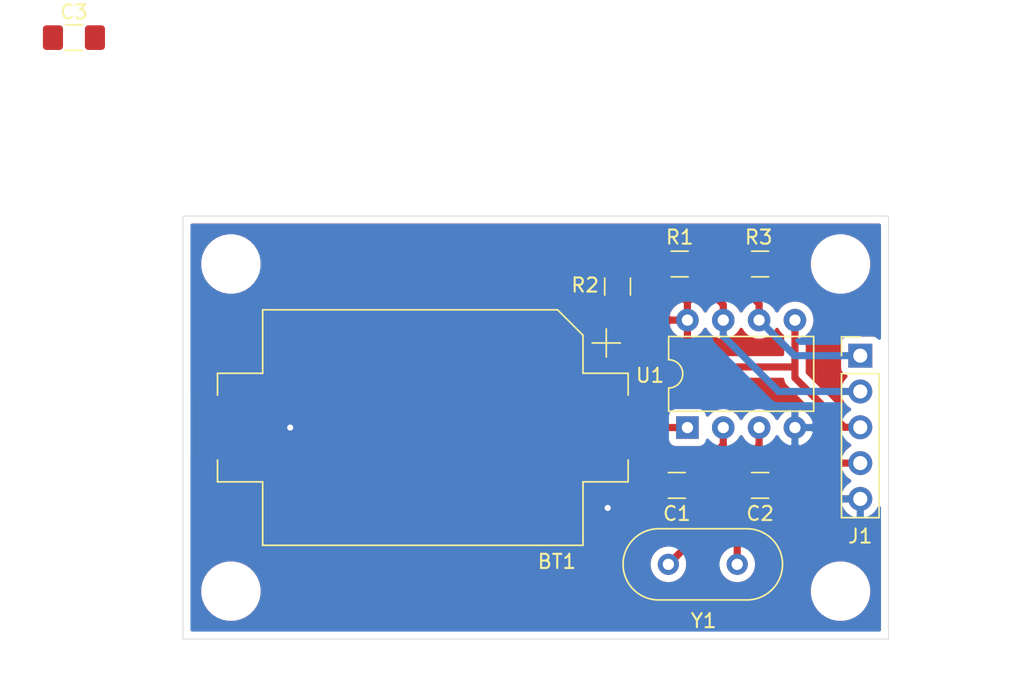
<source format=kicad_pcb>
(kicad_pcb (version 20171130) (host pcbnew "(5.1.2)-2")

  (general
    (thickness 1.6)
    (drawings 15)
    (tracks 40)
    (zones 0)
    (modules 14)
    (nets 9)
  )

  (page A4)
  (layers
    (0 F.Cu signal)
    (31 B.Cu signal)
    (32 B.Adhes user)
    (33 F.Adhes user)
    (34 B.Paste user)
    (35 F.Paste user)
    (36 B.SilkS user)
    (37 F.SilkS user)
    (38 B.Mask user)
    (39 F.Mask user)
    (40 Dwgs.User user)
    (41 Cmts.User user)
    (42 Eco1.User user)
    (43 Eco2.User user)
    (44 Edge.Cuts user)
    (45 Margin user)
    (46 B.CrtYd user)
    (47 F.CrtYd user)
    (48 B.Fab user)
    (49 F.Fab user)
  )

  (setup
    (last_trace_width 0.508)
    (trace_clearance 0.1524)
    (zone_clearance 0.508)
    (zone_45_only no)
    (trace_min 0.1524)
    (via_size 0.762)
    (via_drill 0.4318)
    (via_min_size 0.6858)
    (via_min_drill 0.381)
    (uvia_size 0.3)
    (uvia_drill 0.1)
    (uvias_allowed no)
    (uvia_min_size 0.2)
    (uvia_min_drill 0.1)
    (edge_width 0.05)
    (segment_width 0.2)
    (pcb_text_width 0.3)
    (pcb_text_size 1.5 1.5)
    (mod_edge_width 0.12)
    (mod_text_size 1 1)
    (mod_text_width 0.15)
    (pad_size 1.524 1.524)
    (pad_drill 0.762)
    (pad_to_mask_clearance 0.051)
    (solder_mask_min_width 0.25)
    (aux_axis_origin 0 0)
    (visible_elements 7FFFFFFF)
    (pcbplotparams
      (layerselection 0x010fc_ffffffff)
      (usegerberextensions false)
      (usegerberattributes false)
      (usegerberadvancedattributes false)
      (creategerberjobfile false)
      (excludeedgelayer true)
      (linewidth 0.100000)
      (plotframeref false)
      (viasonmask false)
      (mode 1)
      (useauxorigin false)
      (hpglpennumber 1)
      (hpglpenspeed 20)
      (hpglpendiameter 15.000000)
      (psnegative false)
      (psa4output false)
      (plotreference true)
      (plotvalue true)
      (plotinvisibletext false)
      (padsonsilk false)
      (subtractmaskfromsilk false)
      (outputformat 1)
      (mirror false)
      (drillshape 1)
      (scaleselection 1)
      (outputdirectory ""))
  )

  (net 0 "")
  (net 1 GND)
  (net 2 "Net-(BT1-Pad1)")
  (net 3 "Net-(C1-Pad1)")
  (net 4 "Net-(C2-Pad1)")
  (net 5 /SCL)
  (net 6 /SDA)
  (net 7 /RST)
  (net 8 +5V)

  (net_class Default "This is the default net class."
    (clearance 0.1524)
    (trace_width 0.508)
    (via_dia 0.762)
    (via_drill 0.4318)
    (uvia_dia 0.3)
    (uvia_drill 0.1)
    (add_net +5V)
    (add_net /RST)
    (add_net /SCL)
    (add_net /SDA)
    (add_net GND)
    (add_net "Net-(BT1-Pad1)")
    (add_net "Net-(C1-Pad1)")
    (add_net "Net-(C2-Pad1)")
  )

  (module Capacitor_SMD:C_1206_3216Metric_Pad1.42x1.75mm_HandSolder (layer F.Cu) (tedit 5B301BBE) (tstamp 5D86A9F0)
    (at 18.275001 18.345001)
    (descr "Capacitor SMD 1206 (3216 Metric), square (rectangular) end terminal, IPC_7351 nominal with elongated pad for handsoldering. (Body size source: http://www.tortai-tech.com/upload/download/2011102023233369053.pdf), generated with kicad-footprint-generator")
    (tags "capacitor handsolder")
    (path /5D8CE867)
    (attr smd)
    (fp_text reference C3 (at 0 -1.82) (layer F.SilkS)
      (effects (font (size 1 1) (thickness 0.15)))
    )
    (fp_text value 1uF (at 0 1.82) (layer F.Fab)
      (effects (font (size 1 1) (thickness 0.15)))
    )
    (fp_text user %R (at 0 0) (layer F.Fab)
      (effects (font (size 0.8 0.8) (thickness 0.12)))
    )
    (fp_line (start 2.45 1.12) (end -2.45 1.12) (layer F.CrtYd) (width 0.05))
    (fp_line (start 2.45 -1.12) (end 2.45 1.12) (layer F.CrtYd) (width 0.05))
    (fp_line (start -2.45 -1.12) (end 2.45 -1.12) (layer F.CrtYd) (width 0.05))
    (fp_line (start -2.45 1.12) (end -2.45 -1.12) (layer F.CrtYd) (width 0.05))
    (fp_line (start -0.602064 0.91) (end 0.602064 0.91) (layer F.SilkS) (width 0.12))
    (fp_line (start -0.602064 -0.91) (end 0.602064 -0.91) (layer F.SilkS) (width 0.12))
    (fp_line (start 1.6 0.8) (end -1.6 0.8) (layer F.Fab) (width 0.1))
    (fp_line (start 1.6 -0.8) (end 1.6 0.8) (layer F.Fab) (width 0.1))
    (fp_line (start -1.6 -0.8) (end 1.6 -0.8) (layer F.Fab) (width 0.1))
    (fp_line (start -1.6 0.8) (end -1.6 -0.8) (layer F.Fab) (width 0.1))
    (pad 2 smd roundrect (at 1.4875 0) (size 1.425 1.75) (layers F.Cu F.Paste F.Mask) (roundrect_rratio 0.175439)
      (net 1 GND))
    (pad 1 smd roundrect (at -1.4875 0) (size 1.425 1.75) (layers F.Cu F.Paste F.Mask) (roundrect_rratio 0.175439)
      (net 8 +5V))
    (model ${KISYS3DMOD}/Capacitor_SMD.3dshapes/C_1206_3216Metric.wrl
      (at (xyz 0 0 0))
      (scale (xyz 1 1 1))
      (rotate (xyz 0 0 0))
    )
  )

  (module MountingHole:MountingHole_3.2mm_M3_ISO7380 locked (layer F.Cu) (tedit 56D1B4CB) (tstamp 5D869660)
    (at 29.4 34.4)
    (descr "Mounting Hole 3.2mm, no annular, M3, ISO7380")
    (tags "mounting hole 3.2mm no annular m3 iso7380")
    (attr virtual)
    (fp_text reference REF** (at 0 -3.85) (layer F.SilkS) hide
      (effects (font (size 1 1) (thickness 0.15)))
    )
    (fp_text value MountingHole_3.2mm_M3_ISO7380 (at 0 3.85) (layer F.Fab)
      (effects (font (size 1 1) (thickness 0.15)))
    )
    (fp_circle (center 0 0) (end 3.1 0) (layer F.CrtYd) (width 0.05))
    (fp_circle (center 0 0) (end 2.85 0) (layer Cmts.User) (width 0.15))
    (fp_text user %R (at 0.3 0) (layer F.Fab)
      (effects (font (size 1 1) (thickness 0.15)))
    )
    (pad 1 np_thru_hole circle (at 0 0) (size 3.2 3.2) (drill 3.2) (layers *.Cu *.Mask))
  )

  (module MountingHole:MountingHole_3.2mm_M3_ISO7380 locked (layer F.Cu) (tedit 56D1B4CB) (tstamp 5D86963C)
    (at 29.4 57.6)
    (descr "Mounting Hole 3.2mm, no annular, M3, ISO7380")
    (tags "mounting hole 3.2mm no annular m3 iso7380")
    (attr virtual)
    (fp_text reference REF** (at 0 -3.85) (layer F.SilkS) hide
      (effects (font (size 1 1) (thickness 0.15)))
    )
    (fp_text value MountingHole_3.2mm_M3_ISO7380 (at 0 0.9) (layer F.Fab)
      (effects (font (size 1 1) (thickness 0.15)))
    )
    (fp_circle (center 0 0) (end 3.1 0) (layer F.CrtYd) (width 0.05))
    (fp_circle (center 0 0) (end 2.85 0) (layer Cmts.User) (width 0.15))
    (fp_text user %R (at 0.3 0) (layer F.Fab)
      (effects (font (size 1 1) (thickness 0.15)))
    )
    (pad 1 np_thru_hole circle (at 0 0) (size 3.2 3.2) (drill 3.2) (layers *.Cu *.Mask))
  )

  (module MountingHole:MountingHole_3.2mm_M3_ISO7380 locked (layer F.Cu) (tedit 56D1B4CB) (tstamp 5D869325)
    (at 72.6 57.6)
    (descr "Mounting Hole 3.2mm, no annular, M3, ISO7380")
    (tags "mounting hole 3.2mm no annular m3 iso7380")
    (attr virtual)
    (fp_text reference REF** (at 0 -3.85) (layer F.SilkS) hide
      (effects (font (size 1 1) (thickness 0.15)))
    )
    (fp_text value MountingHole_3.2mm_M3_ISO7380 (at 0 3.85) (layer F.Fab)
      (effects (font (size 1 1) (thickness 0.15)))
    )
    (fp_circle (center 0 0) (end 3.1 0) (layer F.CrtYd) (width 0.05))
    (fp_circle (center 0 0) (end 2.85 0) (layer Cmts.User) (width 0.15))
    (fp_text user %R (at 0.3 0) (layer F.Fab)
      (effects (font (size 1 1) (thickness 0.15)))
    )
    (pad 1 np_thru_hole circle (at 0 0) (size 3.2 3.2) (drill 3.2) (layers *.Cu *.Mask))
  )

  (module MountingHole:MountingHole_3.2mm_M3_ISO7380 locked (layer F.Cu) (tedit 56D1B4CB) (tstamp 5D869208)
    (at 72.6 34.4)
    (descr "Mounting Hole 3.2mm, no annular, M3, ISO7380")
    (tags "mounting hole 3.2mm no annular m3 iso7380")
    (attr virtual)
    (fp_text reference REF** (at 0 -3.85) (layer F.SilkS) hide
      (effects (font (size 1 1) (thickness 0.15)))
    )
    (fp_text value MountingHole_3.2mm_M3_ISO7380 (at 0 3.85) (layer F.Fab)
      (effects (font (size 1 1) (thickness 0.15)))
    )
    (fp_circle (center 0 0) (end 3.1 0) (layer F.CrtYd) (width 0.05))
    (fp_circle (center 0 0) (end 2.85 0) (layer Cmts.User) (width 0.15))
    (fp_text user %R (at 0.3 0) (layer F.Fab)
      (effects (font (size 1 1) (thickness 0.15)))
    )
    (pad 1 np_thru_hole circle (at 0 0) (size 3.2 3.2) (drill 3.2) (layers *.Cu *.Mask))
  )

  (module Resistor_SMD:R_1206_3216Metric_Pad1.42x1.75mm_HandSolder (layer F.Cu) (tedit 5B301BBD) (tstamp 5D868A29)
    (at 66.9 34.4 180)
    (descr "Resistor SMD 1206 (3216 Metric), square (rectangular) end terminal, IPC_7351 nominal with elongated pad for handsoldering. (Body size source: http://www.tortai-tech.com/upload/download/2011102023233369053.pdf), generated with kicad-footprint-generator")
    (tags "resistor handsolder")
    (path /5D897C40)
    (attr smd)
    (fp_text reference R3 (at 0.1 1.9) (layer F.SilkS)
      (effects (font (size 1 1) (thickness 0.15)))
    )
    (fp_text value 10k (at 0 1.82) (layer F.Fab)
      (effects (font (size 1 1) (thickness 0.15)))
    )
    (fp_line (start -1.6 0.8) (end -1.6 -0.8) (layer F.Fab) (width 0.1))
    (fp_line (start -1.6 -0.8) (end 1.6 -0.8) (layer F.Fab) (width 0.1))
    (fp_line (start 1.6 -0.8) (end 1.6 0.8) (layer F.Fab) (width 0.1))
    (fp_line (start 1.6 0.8) (end -1.6 0.8) (layer F.Fab) (width 0.1))
    (fp_line (start -0.602064 -0.91) (end 0.602064 -0.91) (layer F.SilkS) (width 0.12))
    (fp_line (start -0.602064 0.91) (end 0.602064 0.91) (layer F.SilkS) (width 0.12))
    (fp_line (start -2.45 1.12) (end -2.45 -1.12) (layer F.CrtYd) (width 0.05))
    (fp_line (start -2.45 -1.12) (end 2.45 -1.12) (layer F.CrtYd) (width 0.05))
    (fp_line (start 2.45 -1.12) (end 2.45 1.12) (layer F.CrtYd) (width 0.05))
    (fp_line (start 2.45 1.12) (end -2.45 1.12) (layer F.CrtYd) (width 0.05))
    (fp_text user %R (at 0 0) (layer F.Fab)
      (effects (font (size 0.8 0.8) (thickness 0.12)))
    )
    (pad 1 smd roundrect (at -1.4875 0 180) (size 1.425 1.75) (layers F.Cu F.Paste F.Mask) (roundrect_rratio 0.175439)
      (net 8 +5V))
    (pad 2 smd roundrect (at 1.4875 0 180) (size 1.425 1.75) (layers F.Cu F.Paste F.Mask) (roundrect_rratio 0.175439)
      (net 5 /SCL))
    (model ${KISYS3DMOD}/Resistor_SMD.3dshapes/R_1206_3216Metric.wrl
      (at (xyz 0 0 0))
      (scale (xyz 1 1 1))
      (rotate (xyz 0 0 0))
    )
  )

  (module Battery:BatteryHolder_Keystone_1060_1x2032 (layer F.Cu) (tedit 5B98EF5E) (tstamp 5D866D6C)
    (at 43 46 180)
    (descr http://www.keyelco.com/product-pdf.cfm?p=726)
    (tags "CR2032 BR2032 BatteryHolder Battery")
    (path /5D892343)
    (attr smd)
    (fp_text reference BT1 (at -9.5 -9.5) (layer F.SilkS)
      (effects (font (size 1 1) (thickness 0.15)))
    )
    (fp_text value Battery_Cell (at 0 -11.75) (layer F.Fab)
      (effects (font (size 1 1) (thickness 0.15)))
    )
    (fp_circle (center 0 0) (end -10.2 0) (layer Dwgs.User) (width 0.3))
    (fp_line (start 11 8) (end -9.4 8) (layer F.Fab) (width 0.1))
    (fp_line (start 11 -8) (end -11 -8) (layer F.Fab) (width 0.1))
    (fp_line (start 11 8) (end 11 3.5) (layer F.Fab) (width 0.1))
    (fp_line (start 11 -8) (end 11 -3.5) (layer F.Fab) (width 0.1))
    (fp_line (start -11 -8) (end -11 -3.5) (layer F.Fab) (width 0.1))
    (fp_line (start -11 6.4) (end -11 3.5) (layer F.Fab) (width 0.1))
    (fp_line (start -11 3.5) (end -14.2 3.5) (layer F.Fab) (width 0.1))
    (fp_line (start -14.2 3.5) (end -14.2 -3.5) (layer F.Fab) (width 0.1))
    (fp_line (start -14.2 -3.5) (end -11 -3.5) (layer F.Fab) (width 0.1))
    (fp_line (start 11 3.5) (end 14.2 3.5) (layer F.Fab) (width 0.1))
    (fp_line (start 14.2 3.5) (end 14.2 -3.5) (layer F.Fab) (width 0.1))
    (fp_line (start 14.2 -3.5) (end 11 -3.5) (layer F.Fab) (width 0.1))
    (fp_line (start -9.4 8) (end -11 6.4) (layer F.Fab) (width 0.1))
    (fp_line (start 11.35 3.85) (end 14.55 3.85) (layer F.SilkS) (width 0.12))
    (fp_line (start 14.55 3.85) (end 14.55 2.3) (layer F.SilkS) (width 0.12))
    (fp_line (start 11.35 8.35) (end 11.35 3.85) (layer F.SilkS) (width 0.12))
    (fp_line (start 11.35 8.35) (end -9.55 8.35) (layer F.SilkS) (width 0.12))
    (fp_line (start -11.35 6.55) (end -11.35 3.85) (layer F.SilkS) (width 0.12))
    (fp_line (start -9.55 8.35) (end -11.35 6.55) (layer F.SilkS) (width 0.12))
    (fp_line (start -11.35 3.85) (end -14.55 3.85) (layer F.SilkS) (width 0.12))
    (fp_line (start -14.55 3.85) (end -14.55 2.3) (layer F.SilkS) (width 0.12))
    (fp_line (start -11.35 -3.85) (end -14.55 -3.85) (layer F.SilkS) (width 0.12))
    (fp_line (start -14.55 -3.85) (end -14.55 -2.3) (layer F.SilkS) (width 0.12))
    (fp_line (start 11.35 -3.85) (end 14.55 -3.85) (layer F.SilkS) (width 0.12))
    (fp_line (start 14.55 -3.85) (end 14.55 -2.3) (layer F.SilkS) (width 0.12))
    (fp_line (start -11.35 -8.35) (end 11.35 -8.35) (layer F.SilkS) (width 0.12))
    (fp_line (start -11.35 -8.35) (end -11.35 -3.85) (layer F.SilkS) (width 0.12))
    (fp_line (start 11.35 -8.35) (end 11.35 -3.85) (layer F.SilkS) (width 0.12))
    (fp_arc (start 0 0) (end -6.5 8.5) (angle -74.81070976) (layer F.CrtYd) (width 0.05))
    (fp_line (start 11.5 8.5) (end 6.5 8.5) (layer F.CrtYd) (width 0.05))
    (fp_line (start -6.5 8.5) (end -11.5 8.5) (layer F.CrtYd) (width 0.05))
    (fp_line (start -11.5 4) (end -11.5 8.5) (layer F.CrtYd) (width 0.05))
    (fp_line (start -14.7 4) (end -11.5 4) (layer F.CrtYd) (width 0.05))
    (fp_line (start -14.7 4) (end -14.7 2.3) (layer F.CrtYd) (width 0.05))
    (fp_line (start -14.7 2.3) (end -16.45 2.3) (layer F.CrtYd) (width 0.05))
    (fp_line (start -16.45 2.3) (end -16.45 -2.3) (layer F.CrtYd) (width 0.05))
    (fp_line (start -14.7 -2.3) (end -16.45 -2.3) (layer F.CrtYd) (width 0.05))
    (fp_line (start -14.7 -2.3) (end -14.7 -4) (layer F.CrtYd) (width 0.05))
    (fp_line (start -14.7 -4) (end -11.5 -4) (layer F.CrtYd) (width 0.05))
    (fp_line (start -11.5 -4) (end -11.5 -8.5) (layer F.CrtYd) (width 0.05))
    (fp_line (start -11.5 -8.5) (end -6.5 -8.5) (layer F.CrtYd) (width 0.05))
    (fp_line (start 11.5 -8.5) (end 11.5 -4) (layer F.CrtYd) (width 0.05))
    (fp_line (start 11.5 -4) (end 14.7 -4) (layer F.CrtYd) (width 0.05))
    (fp_line (start 14.7 -4) (end 14.7 -2.3) (layer F.CrtYd) (width 0.05))
    (fp_line (start 14.7 -2.3) (end 16.45 -2.3) (layer F.CrtYd) (width 0.05))
    (fp_line (start 16.45 -2.3) (end 16.45 2.3) (layer F.CrtYd) (width 0.05))
    (fp_line (start 16.45 2.3) (end 14.7 2.3) (layer F.CrtYd) (width 0.05))
    (fp_line (start 14.7 2.3) (end 14.7 4) (layer F.CrtYd) (width 0.05))
    (fp_line (start 14.7 4) (end 11.5 4) (layer F.CrtYd) (width 0.05))
    (fp_line (start 11.5 4) (end 11.5 8.5) (layer F.CrtYd) (width 0.05))
    (fp_arc (start 0 0) (end 6.5 -8.5) (angle -74.81070976) (layer F.CrtYd) (width 0.05))
    (fp_line (start 11.5 -8.5) (end 6.5 -8.5) (layer F.CrtYd) (width 0.05))
    (fp_text user %R (at 0 0) (layer F.Fab)
      (effects (font (size 1 1) (thickness 0.15)))
    )
    (fp_line (start -13 5) (end -13 7) (layer F.SilkS) (width 0.12))
    (fp_line (start -12 6) (end -14 6) (layer F.SilkS) (width 0.12))
    (pad 2 smd rect (at 14.65 0) (size 2.6 3.6) (layers F.Cu F.Paste F.Mask)
      (net 1 GND))
    (pad 1 smd rect (at -14.65 0) (size 2.6 3.6) (layers F.Cu F.Paste F.Mask)
      (net 2 "Net-(BT1-Pad1)"))
    (model ${KISYS3DMOD}/Battery.3dshapes/BatteryHolder_Keystone_1060_1x2032.wrl
      (at (xyz 0 0 0))
      (scale (xyz 1 1 1))
      (rotate (xyz 0 0 0))
    )
  )

  (module Capacitor_SMD:C_1206_3216Metric_Pad1.42x1.75mm_HandSolder (layer F.Cu) (tedit 5B301BBE) (tstamp 5D8668AD)
    (at 61 50.1 180)
    (descr "Capacitor SMD 1206 (3216 Metric), square (rectangular) end terminal, IPC_7351 nominal with elongated pad for handsoldering. (Body size source: http://www.tortai-tech.com/upload/download/2011102023233369053.pdf), generated with kicad-footprint-generator")
    (tags "capacitor handsolder")
    (path /5D866396)
    (attr smd)
    (fp_text reference C1 (at 0 -2) (layer F.SilkS)
      (effects (font (size 1 1) (thickness 0.15)))
    )
    (fp_text value 22pF (at 0 1.82) (layer F.Fab)
      (effects (font (size 1 1) (thickness 0.15)))
    )
    (fp_line (start -1.6 0.8) (end -1.6 -0.8) (layer F.Fab) (width 0.1))
    (fp_line (start -1.6 -0.8) (end 1.6 -0.8) (layer F.Fab) (width 0.1))
    (fp_line (start 1.6 -0.8) (end 1.6 0.8) (layer F.Fab) (width 0.1))
    (fp_line (start 1.6 0.8) (end -1.6 0.8) (layer F.Fab) (width 0.1))
    (fp_line (start -0.602064 -0.91) (end 0.602064 -0.91) (layer F.SilkS) (width 0.12))
    (fp_line (start -0.602064 0.91) (end 0.602064 0.91) (layer F.SilkS) (width 0.12))
    (fp_line (start -2.45 1.12) (end -2.45 -1.12) (layer F.CrtYd) (width 0.05))
    (fp_line (start -2.45 -1.12) (end 2.45 -1.12) (layer F.CrtYd) (width 0.05))
    (fp_line (start 2.45 -1.12) (end 2.45 1.12) (layer F.CrtYd) (width 0.05))
    (fp_line (start 2.45 1.12) (end -2.45 1.12) (layer F.CrtYd) (width 0.05))
    (fp_text user %R (at 0 0) (layer F.Fab)
      (effects (font (size 0.8 0.8) (thickness 0.12)))
    )
    (pad 1 smd roundrect (at -1.4875 0 180) (size 1.425 1.75) (layers F.Cu F.Paste F.Mask) (roundrect_rratio 0.175439)
      (net 3 "Net-(C1-Pad1)"))
    (pad 2 smd roundrect (at 1.4875 0 180) (size 1.425 1.75) (layers F.Cu F.Paste F.Mask) (roundrect_rratio 0.175439)
      (net 1 GND))
    (model ${KISYS3DMOD}/Capacitor_SMD.3dshapes/C_1206_3216Metric.wrl
      (at (xyz 0 0 0))
      (scale (xyz 1 1 1))
      (rotate (xyz 0 0 0))
    )
  )

  (module Capacitor_SMD:C_1206_3216Metric_Pad1.42x1.75mm_HandSolder (layer F.Cu) (tedit 5B301BBE) (tstamp 5D8668DD)
    (at 66.9 50.1)
    (descr "Capacitor SMD 1206 (3216 Metric), square (rectangular) end terminal, IPC_7351 nominal with elongated pad for handsoldering. (Body size source: http://www.tortai-tech.com/upload/download/2011102023233369053.pdf), generated with kicad-footprint-generator")
    (tags "capacitor handsolder")
    (path /5D867589)
    (attr smd)
    (fp_text reference C2 (at 0 2) (layer F.SilkS)
      (effects (font (size 1 1) (thickness 0.15)))
    )
    (fp_text value 22pF (at 0 1.82) (layer F.Fab)
      (effects (font (size 1 1) (thickness 0.15)))
    )
    (fp_text user %R (at 0 0) (layer F.Fab)
      (effects (font (size 0.8 0.8) (thickness 0.12)))
    )
    (fp_line (start 2.45 1.12) (end -2.45 1.12) (layer F.CrtYd) (width 0.05))
    (fp_line (start 2.45 -1.12) (end 2.45 1.12) (layer F.CrtYd) (width 0.05))
    (fp_line (start -2.45 -1.12) (end 2.45 -1.12) (layer F.CrtYd) (width 0.05))
    (fp_line (start -2.45 1.12) (end -2.45 -1.12) (layer F.CrtYd) (width 0.05))
    (fp_line (start -0.602064 0.91) (end 0.602064 0.91) (layer F.SilkS) (width 0.12))
    (fp_line (start -0.602064 -0.91) (end 0.602064 -0.91) (layer F.SilkS) (width 0.12))
    (fp_line (start 1.6 0.8) (end -1.6 0.8) (layer F.Fab) (width 0.1))
    (fp_line (start 1.6 -0.8) (end 1.6 0.8) (layer F.Fab) (width 0.1))
    (fp_line (start -1.6 -0.8) (end 1.6 -0.8) (layer F.Fab) (width 0.1))
    (fp_line (start -1.6 0.8) (end -1.6 -0.8) (layer F.Fab) (width 0.1))
    (pad 2 smd roundrect (at 1.4875 0) (size 1.425 1.75) (layers F.Cu F.Paste F.Mask) (roundrect_rratio 0.175439)
      (net 1 GND))
    (pad 1 smd roundrect (at -1.4875 0) (size 1.425 1.75) (layers F.Cu F.Paste F.Mask) (roundrect_rratio 0.175439)
      (net 4 "Net-(C2-Pad1)"))
    (model ${KISYS3DMOD}/Capacitor_SMD.3dshapes/C_1206_3216Metric.wrl
      (at (xyz 0 0 0))
      (scale (xyz 1 1 1))
      (rotate (xyz 0 0 0))
    )
  )

  (module Connector_PinHeader_2.54mm:PinHeader_1x05_P2.54mm_Vertical (layer F.Cu) (tedit 59FED5CC) (tstamp 5D8679B6)
    (at 74 40.9)
    (descr "Through hole straight pin header, 1x05, 2.54mm pitch, single row")
    (tags "Through hole pin header THT 1x05 2.54mm single row")
    (path /5D86BE0F)
    (fp_text reference J1 (at 0 12.8) (layer F.SilkS)
      (effects (font (size 1 1) (thickness 0.15)))
    )
    (fp_text value Conn_01x05 (at 0 12.49) (layer F.Fab)
      (effects (font (size 1 1) (thickness 0.15)))
    )
    (fp_line (start -0.635 -1.27) (end 1.27 -1.27) (layer F.Fab) (width 0.1))
    (fp_line (start 1.27 -1.27) (end 1.27 11.43) (layer F.Fab) (width 0.1))
    (fp_line (start 1.27 11.43) (end -1.27 11.43) (layer F.Fab) (width 0.1))
    (fp_line (start -1.27 11.43) (end -1.27 -0.635) (layer F.Fab) (width 0.1))
    (fp_line (start -1.27 -0.635) (end -0.635 -1.27) (layer F.Fab) (width 0.1))
    (fp_line (start -1.33 11.49) (end 1.33 11.49) (layer F.SilkS) (width 0.12))
    (fp_line (start -1.33 1.27) (end -1.33 11.49) (layer F.SilkS) (width 0.12))
    (fp_line (start 1.33 1.27) (end 1.33 11.49) (layer F.SilkS) (width 0.12))
    (fp_line (start -1.33 1.27) (end 1.33 1.27) (layer F.SilkS) (width 0.12))
    (fp_line (start -1.33 0) (end -1.33 -1.33) (layer F.SilkS) (width 0.12))
    (fp_line (start -1.33 -1.33) (end 0 -1.33) (layer F.SilkS) (width 0.12))
    (fp_line (start -1.8 -1.8) (end -1.8 11.95) (layer F.CrtYd) (width 0.05))
    (fp_line (start -1.8 11.95) (end 1.8 11.95) (layer F.CrtYd) (width 0.05))
    (fp_line (start 1.8 11.95) (end 1.8 -1.8) (layer F.CrtYd) (width 0.05))
    (fp_line (start 1.8 -1.8) (end -1.8 -1.8) (layer F.CrtYd) (width 0.05))
    (fp_text user %R (at 0 5.08 90) (layer F.Fab)
      (effects (font (size 1 1) (thickness 0.15)))
    )
    (pad 1 thru_hole rect (at 0 0) (size 1.7 1.7) (drill 1) (layers *.Cu *.Mask)
      (net 5 /SCL))
    (pad 2 thru_hole oval (at 0 2.54) (size 1.7 1.7) (drill 1) (layers *.Cu *.Mask)
      (net 6 /SDA))
    (pad 3 thru_hole oval (at 0 5.08) (size 1.7 1.7) (drill 1) (layers *.Cu *.Mask)
      (net 7 /RST))
    (pad 4 thru_hole oval (at 0 7.62) (size 1.7 1.7) (drill 1) (layers *.Cu *.Mask)
      (net 8 +5V))
    (pad 5 thru_hole oval (at 0 10.16) (size 1.7 1.7) (drill 1) (layers *.Cu *.Mask)
      (net 1 GND))
    (model ${KISYS3DMOD}/Connector_PinHeader_2.54mm.3dshapes/PinHeader_1x05_P2.54mm_Vertical.wrl
      (at (xyz 0 0 0))
      (scale (xyz 1 1 1))
      (rotate (xyz 0 0 0))
    )
  )

  (module Resistor_SMD:R_1206_3216Metric_Pad1.42x1.75mm_HandSolder (layer F.Cu) (tedit 5B301BBD) (tstamp 5D86687D)
    (at 61.2 34.4 180)
    (descr "Resistor SMD 1206 (3216 Metric), square (rectangular) end terminal, IPC_7351 nominal with elongated pad for handsoldering. (Body size source: http://www.tortai-tech.com/upload/download/2011102023233369053.pdf), generated with kicad-footprint-generator")
    (tags "resistor handsolder")
    (path /5D87A0D8)
    (attr smd)
    (fp_text reference R1 (at 0 1.9) (layer F.SilkS)
      (effects (font (size 1 1) (thickness 0.15)))
    )
    (fp_text value 10k (at 0 1.82) (layer F.Fab)
      (effects (font (size 1 1) (thickness 0.15)))
    )
    (fp_text user %R (at 0 0) (layer F.Fab)
      (effects (font (size 0.8 0.8) (thickness 0.12)))
    )
    (fp_line (start 2.45 1.12) (end -2.45 1.12) (layer F.CrtYd) (width 0.05))
    (fp_line (start 2.45 -1.12) (end 2.45 1.12) (layer F.CrtYd) (width 0.05))
    (fp_line (start -2.45 -1.12) (end 2.45 -1.12) (layer F.CrtYd) (width 0.05))
    (fp_line (start -2.45 1.12) (end -2.45 -1.12) (layer F.CrtYd) (width 0.05))
    (fp_line (start -0.602064 0.91) (end 0.602064 0.91) (layer F.SilkS) (width 0.12))
    (fp_line (start -0.602064 -0.91) (end 0.602064 -0.91) (layer F.SilkS) (width 0.12))
    (fp_line (start 1.6 0.8) (end -1.6 0.8) (layer F.Fab) (width 0.1))
    (fp_line (start 1.6 -0.8) (end 1.6 0.8) (layer F.Fab) (width 0.1))
    (fp_line (start -1.6 -0.8) (end 1.6 -0.8) (layer F.Fab) (width 0.1))
    (fp_line (start -1.6 0.8) (end -1.6 -0.8) (layer F.Fab) (width 0.1))
    (pad 2 smd roundrect (at 1.4875 0 180) (size 1.425 1.75) (layers F.Cu F.Paste F.Mask) (roundrect_rratio 0.175439)
      (net 8 +5V))
    (pad 1 smd roundrect (at -1.4875 0 180) (size 1.425 1.75) (layers F.Cu F.Paste F.Mask) (roundrect_rratio 0.175439)
      (net 6 /SDA))
    (model ${KISYS3DMOD}/Resistor_SMD.3dshapes/R_1206_3216Metric.wrl
      (at (xyz 0 0 0))
      (scale (xyz 1 1 1))
      (rotate (xyz 0 0 0))
    )
  )

  (module Resistor_SMD:R_1206_3216Metric_Pad1.42x1.75mm_HandSolder (layer F.Cu) (tedit 5B301BBD) (tstamp 5D86765B)
    (at 56.8 36 90)
    (descr "Resistor SMD 1206 (3216 Metric), square (rectangular) end terminal, IPC_7351 nominal with elongated pad for handsoldering. (Body size source: http://www.tortai-tech.com/upload/download/2011102023233369053.pdf), generated with kicad-footprint-generator")
    (tags "resistor handsolder")
    (path /5D87AFD2)
    (attr smd)
    (fp_text reference R2 (at 0.1 -2.3 180) (layer F.SilkS)
      (effects (font (size 1 1) (thickness 0.15)))
    )
    (fp_text value 10k (at 0 1.82 90) (layer F.Fab)
      (effects (font (size 1 1) (thickness 0.15)))
    )
    (fp_line (start -1.6 0.8) (end -1.6 -0.8) (layer F.Fab) (width 0.1))
    (fp_line (start -1.6 -0.8) (end 1.6 -0.8) (layer F.Fab) (width 0.1))
    (fp_line (start 1.6 -0.8) (end 1.6 0.8) (layer F.Fab) (width 0.1))
    (fp_line (start 1.6 0.8) (end -1.6 0.8) (layer F.Fab) (width 0.1))
    (fp_line (start -0.602064 -0.91) (end 0.602064 -0.91) (layer F.SilkS) (width 0.12))
    (fp_line (start -0.602064 0.91) (end 0.602064 0.91) (layer F.SilkS) (width 0.12))
    (fp_line (start -2.45 1.12) (end -2.45 -1.12) (layer F.CrtYd) (width 0.05))
    (fp_line (start -2.45 -1.12) (end 2.45 -1.12) (layer F.CrtYd) (width 0.05))
    (fp_line (start 2.45 -1.12) (end 2.45 1.12) (layer F.CrtYd) (width 0.05))
    (fp_line (start 2.45 1.12) (end -2.45 1.12) (layer F.CrtYd) (width 0.05))
    (fp_text user %R (at 0 0 90) (layer F.Fab)
      (effects (font (size 0.8 0.8) (thickness 0.12)))
    )
    (pad 1 smd roundrect (at -1.4875 0 90) (size 1.425 1.75) (layers F.Cu F.Paste F.Mask) (roundrect_rratio 0.175439)
      (net 7 /RST))
    (pad 2 smd roundrect (at 1.4875 0 90) (size 1.425 1.75) (layers F.Cu F.Paste F.Mask) (roundrect_rratio 0.175439)
      (net 8 +5V))
    (model ${KISYS3DMOD}/Resistor_SMD.3dshapes/R_1206_3216Metric.wrl
      (at (xyz 0 0 0))
      (scale (xyz 1 1 1))
      (rotate (xyz 0 0 0))
    )
  )

  (module Package_DIP:DIP-8_W7.62mm (layer F.Cu) (tedit 5A02E8C5) (tstamp 5D866918)
    (at 61.75 46 90)
    (descr "8-lead though-hole mounted DIP package, row spacing 7.62 mm (300 mils)")
    (tags "THT DIP DIL PDIP 2.54mm 7.62mm 300mil")
    (path /5D85BF93)
    (fp_text reference U1 (at 3.7 -2.65 180) (layer F.SilkS)
      (effects (font (size 1 1) (thickness 0.15)))
    )
    (fp_text value DS1302N+ (at 3.81 9.95 90) (layer F.Fab)
      (effects (font (size 1 1) (thickness 0.15)))
    )
    (fp_arc (start 3.81 -1.33) (end 2.81 -1.33) (angle -180) (layer F.SilkS) (width 0.12))
    (fp_line (start 1.635 -1.27) (end 6.985 -1.27) (layer F.Fab) (width 0.1))
    (fp_line (start 6.985 -1.27) (end 6.985 8.89) (layer F.Fab) (width 0.1))
    (fp_line (start 6.985 8.89) (end 0.635 8.89) (layer F.Fab) (width 0.1))
    (fp_line (start 0.635 8.89) (end 0.635 -0.27) (layer F.Fab) (width 0.1))
    (fp_line (start 0.635 -0.27) (end 1.635 -1.27) (layer F.Fab) (width 0.1))
    (fp_line (start 2.81 -1.33) (end 1.16 -1.33) (layer F.SilkS) (width 0.12))
    (fp_line (start 1.16 -1.33) (end 1.16 8.95) (layer F.SilkS) (width 0.12))
    (fp_line (start 1.16 8.95) (end 6.46 8.95) (layer F.SilkS) (width 0.12))
    (fp_line (start 6.46 8.95) (end 6.46 -1.33) (layer F.SilkS) (width 0.12))
    (fp_line (start 6.46 -1.33) (end 4.81 -1.33) (layer F.SilkS) (width 0.12))
    (fp_line (start -1.1 -1.55) (end -1.1 9.15) (layer F.CrtYd) (width 0.05))
    (fp_line (start -1.1 9.15) (end 8.7 9.15) (layer F.CrtYd) (width 0.05))
    (fp_line (start 8.7 9.15) (end 8.7 -1.55) (layer F.CrtYd) (width 0.05))
    (fp_line (start 8.7 -1.55) (end -1.1 -1.55) (layer F.CrtYd) (width 0.05))
    (fp_text user %R (at 3.81 3.81 90) (layer F.Fab)
      (effects (font (size 1 1) (thickness 0.15)))
    )
    (pad 1 thru_hole rect (at 0 0 90) (size 1.6 1.6) (drill 0.8) (layers *.Cu *.Mask)
      (net 2 "Net-(BT1-Pad1)"))
    (pad 5 thru_hole oval (at 7.62 7.62 90) (size 1.6 1.6) (drill 0.8) (layers *.Cu *.Mask)
      (net 7 /RST))
    (pad 2 thru_hole oval (at 0 2.54 90) (size 1.6 1.6) (drill 0.8) (layers *.Cu *.Mask)
      (net 3 "Net-(C1-Pad1)"))
    (pad 6 thru_hole oval (at 7.62 5.08 90) (size 1.6 1.6) (drill 0.8) (layers *.Cu *.Mask)
      (net 5 /SCL))
    (pad 3 thru_hole oval (at 0 5.08 90) (size 1.6 1.6) (drill 0.8) (layers *.Cu *.Mask)
      (net 4 "Net-(C2-Pad1)"))
    (pad 7 thru_hole oval (at 7.62 2.54 90) (size 1.6 1.6) (drill 0.8) (layers *.Cu *.Mask)
      (net 6 /SDA))
    (pad 4 thru_hole oval (at 0 7.62 90) (size 1.6 1.6) (drill 0.8) (layers *.Cu *.Mask)
      (net 1 GND))
    (pad 8 thru_hole oval (at 7.62 0 90) (size 1.6 1.6) (drill 0.8) (layers *.Cu *.Mask)
      (net 8 +5V))
    (model ${KISYS3DMOD}/Package_DIP.3dshapes/DIP-8_W7.62mm.wrl
      (at (xyz 0 0 0))
      (scale (xyz 1 1 1))
      (rotate (xyz 0 0 0))
    )
  )

  (module Crystal:Crystal_HC49-U_Vertical (layer F.Cu) (tedit 5A1AD3B8) (tstamp 5D869369)
    (at 60.4 55.7)
    (descr "Crystal THT HC-49/U http://5hertz.com/pdfs/04404_D.pdf")
    (tags "THT crystalHC-49/U")
    (path /5D85EEF2)
    (fp_text reference Y1 (at 2.5 4) (layer F.SilkS)
      (effects (font (size 1 1) (thickness 0.15)))
    )
    (fp_text value 32.768kHz (at 2.44 3.525) (layer F.Fab)
      (effects (font (size 1 1) (thickness 0.15)))
    )
    (fp_arc (start 5.565 0) (end 5.565 -2.525) (angle 180) (layer F.SilkS) (width 0.12))
    (fp_arc (start -0.685 0) (end -0.685 -2.525) (angle -180) (layer F.SilkS) (width 0.12))
    (fp_arc (start 5.44 0) (end 5.44 -2) (angle 180) (layer F.Fab) (width 0.1))
    (fp_arc (start -0.56 0) (end -0.56 -2) (angle -180) (layer F.Fab) (width 0.1))
    (fp_arc (start 5.565 0) (end 5.565 -2.325) (angle 180) (layer F.Fab) (width 0.1))
    (fp_arc (start -0.685 0) (end -0.685 -2.325) (angle -180) (layer F.Fab) (width 0.1))
    (fp_line (start 8.4 -2.8) (end -3.5 -2.8) (layer F.CrtYd) (width 0.05))
    (fp_line (start 8.4 2.8) (end 8.4 -2.8) (layer F.CrtYd) (width 0.05))
    (fp_line (start -3.5 2.8) (end 8.4 2.8) (layer F.CrtYd) (width 0.05))
    (fp_line (start -3.5 -2.8) (end -3.5 2.8) (layer F.CrtYd) (width 0.05))
    (fp_line (start -0.685 2.525) (end 5.565 2.525) (layer F.SilkS) (width 0.12))
    (fp_line (start -0.685 -2.525) (end 5.565 -2.525) (layer F.SilkS) (width 0.12))
    (fp_line (start -0.56 2) (end 5.44 2) (layer F.Fab) (width 0.1))
    (fp_line (start -0.56 -2) (end 5.44 -2) (layer F.Fab) (width 0.1))
    (fp_line (start -0.685 2.325) (end 5.565 2.325) (layer F.Fab) (width 0.1))
    (fp_line (start -0.685 -2.325) (end 5.565 -2.325) (layer F.Fab) (width 0.1))
    (fp_text user %R (at 2.44 0) (layer F.Fab)
      (effects (font (size 1 1) (thickness 0.15)))
    )
    (pad 2 thru_hole circle (at 4.88 0) (size 1.5 1.5) (drill 0.8) (layers *.Cu *.Mask)
      (net 4 "Net-(C2-Pad1)"))
    (pad 1 thru_hole circle (at 0 0) (size 1.5 1.5) (drill 0.8) (layers *.Cu *.Mask)
      (net 3 "Net-(C1-Pad1)"))
    (model ${KISYS3DMOD}/Crystal.3dshapes/Crystal_HC49-U_Vertical.wrl
      (at (xyz 0 0 0))
      (scale (xyz 1 1 1))
      (rotate (xyz 0 0 0))
    )
  )

  (dimension 3.4 (width 0.12) (layer Dwgs.User)
    (gr_text "3.400 mm" (at 78.47 32.7 90) (layer Dwgs.User)
      (effects (font (size 1 1) (thickness 0.15)))
    )
    (feature1 (pts (xy 72.6 31) (xy 77.786421 31)))
    (feature2 (pts (xy 72.6 34.4) (xy 77.786421 34.4)))
    (crossbar (pts (xy 77.2 34.4) (xy 77.2 31)))
    (arrow1a (pts (xy 77.2 31) (xy 77.786421 32.126504)))
    (arrow1b (pts (xy 77.2 31) (xy 76.613579 32.126504)))
    (arrow2a (pts (xy 77.2 34.4) (xy 77.786421 33.273496)))
    (arrow2b (pts (xy 77.2 34.4) (xy 76.613579 33.273496)))
  )
  (dimension 3.4 (width 0.12) (layer Dwgs.User)
    (gr_text "3.400 mm" (at 77.27 59.3 270) (layer Dwgs.User)
      (effects (font (size 1 1) (thickness 0.15)))
    )
    (feature1 (pts (xy 72.6 61) (xy 76.586421 61)))
    (feature2 (pts (xy 72.6 57.6) (xy 76.586421 57.6)))
    (crossbar (pts (xy 76 57.6) (xy 76 61)))
    (arrow1a (pts (xy 76 61) (xy 75.413579 59.873496)))
    (arrow1b (pts (xy 76 61) (xy 76.586421 59.873496)))
    (arrow2a (pts (xy 76 57.6) (xy 75.413579 58.726504)))
    (arrow2b (pts (xy 76 57.6) (xy 76.586421 58.726504)))
  )
  (dimension 3.4 (width 0.12) (layer Dwgs.User)
    (gr_text "3.400 mm" (at 21.73 59.3 270) (layer Dwgs.User)
      (effects (font (size 1 1) (thickness 0.15)))
    )
    (feature1 (pts (xy 29.4 61) (xy 22.413579 61)))
    (feature2 (pts (xy 29.4 57.6) (xy 22.413579 57.6)))
    (crossbar (pts (xy 23 57.6) (xy 23 61)))
    (arrow1a (pts (xy 23 61) (xy 22.413579 59.873496)))
    (arrow1b (pts (xy 23 61) (xy 23.586421 59.873496)))
    (arrow2a (pts (xy 23 57.6) (xy 22.413579 58.726504)))
    (arrow2b (pts (xy 23 57.6) (xy 23.586421 58.726504)))
  )
  (dimension 3.4 (width 0.12) (layer Dwgs.User)
    (gr_text "3.400 mm" (at 21.93 32.7 90) (layer Dwgs.User)
      (effects (font (size 1 1) (thickness 0.15)))
    )
    (feature1 (pts (xy 29.4 31) (xy 22.613579 31)))
    (feature2 (pts (xy 29.4 34.4) (xy 22.613579 34.4)))
    (crossbar (pts (xy 23.2 34.4) (xy 23.2 31)))
    (arrow1a (pts (xy 23.2 31) (xy 23.786421 32.126504)))
    (arrow1b (pts (xy 23.2 31) (xy 22.613579 32.126504)))
    (arrow2a (pts (xy 23.2 34.4) (xy 23.786421 33.273496)))
    (arrow2b (pts (xy 23.2 34.4) (xy 22.613579 33.273496)))
  )
  (dimension 3.4 (width 0.12) (layer Dwgs.User)
    (gr_text "3.400 mm" (at 27.7 27.33) (layer Dwgs.User)
      (effects (font (size 1 1) (thickness 0.15)))
    )
    (feature1 (pts (xy 26 34.4) (xy 26 28.013579)))
    (feature2 (pts (xy 29.4 34.4) (xy 29.4 28.013579)))
    (crossbar (pts (xy 29.4 28.6) (xy 26 28.6)))
    (arrow1a (pts (xy 26 28.6) (xy 27.126504 28.013579)))
    (arrow1b (pts (xy 26 28.6) (xy 27.126504 29.186421)))
    (arrow2a (pts (xy 29.4 28.6) (xy 28.273496 28.013579)))
    (arrow2b (pts (xy 29.4 28.6) (xy 28.273496 29.186421)))
  )
  (dimension 3.4 (width 0.12) (layer Dwgs.User)
    (gr_text "3.400 mm" (at 27.7 64.07) (layer Dwgs.User)
      (effects (font (size 1 1) (thickness 0.15)))
    )
    (feature1 (pts (xy 26 57.6) (xy 26 63.386421)))
    (feature2 (pts (xy 29.4 57.6) (xy 29.4 63.386421)))
    (crossbar (pts (xy 29.4 62.8) (xy 26 62.8)))
    (arrow1a (pts (xy 26 62.8) (xy 27.126504 62.213579)))
    (arrow1b (pts (xy 26 62.8) (xy 27.126504 63.386421)))
    (arrow2a (pts (xy 29.4 62.8) (xy 28.273496 62.213579)))
    (arrow2b (pts (xy 29.4 62.8) (xy 28.273496 63.386421)))
  )
  (dimension 3.4 (width 0.12) (layer Dwgs.User)
    (gr_text "3.400 mm" (at 74.3 64.17) (layer Dwgs.User)
      (effects (font (size 1 1) (thickness 0.15)))
    )
    (feature1 (pts (xy 76 57.6) (xy 76 63.486421)))
    (feature2 (pts (xy 72.6 57.6) (xy 72.6 63.486421)))
    (crossbar (pts (xy 72.6 62.9) (xy 76 62.9)))
    (arrow1a (pts (xy 76 62.9) (xy 74.873496 63.486421)))
    (arrow1b (pts (xy 76 62.9) (xy 74.873496 62.313579)))
    (arrow2a (pts (xy 72.6 62.9) (xy 73.726504 63.486421)))
    (arrow2b (pts (xy 72.6 62.9) (xy 73.726504 62.313579)))
  )
  (dimension 3.4 (width 0.12) (layer Dwgs.User)
    (gr_text "3.400 mm" (at 74.3 26.93) (layer Dwgs.User)
      (effects (font (size 1 1) (thickness 0.15)))
    )
    (feature1 (pts (xy 76 34.4) (xy 76 27.613579)))
    (feature2 (pts (xy 72.6 34.4) (xy 72.6 27.613579)))
    (crossbar (pts (xy 72.6 28.2) (xy 76 28.2)))
    (arrow1a (pts (xy 76 28.2) (xy 74.873496 28.786421)))
    (arrow1b (pts (xy 76 28.2) (xy 74.873496 27.613579)))
    (arrow2a (pts (xy 72.6 28.2) (xy 73.726504 28.786421)))
    (arrow2b (pts (xy 72.6 28.2) (xy 73.726504 27.613579)))
  )
  (dimension 15 (width 0.15) (layer Dwgs.User)
    (gr_text "15.000 mm" (at 79.55 53.5 90) (layer Dwgs.User)
      (effects (font (size 1 1) (thickness 0.15)))
    )
    (feature1 (pts (xy 74 46) (xy 78.836421 46)))
    (feature2 (pts (xy 74 61) (xy 78.836421 61)))
    (crossbar (pts (xy 78.25 61) (xy 78.25 46)))
    (arrow1a (pts (xy 78.25 46) (xy 78.836421 47.126504)))
    (arrow1b (pts (xy 78.25 46) (xy 77.663579 47.126504)))
    (arrow2a (pts (xy 78.25 61) (xy 78.836421 59.873496)))
    (arrow2b (pts (xy 78.25 61) (xy 77.663579 59.873496)))
  )
  (gr_line (start 76 31) (end 26 31) (layer Edge.Cuts) (width 0.05) (tstamp 5D866B9B))
  (gr_line (start 76 61) (end 76 31) (layer Edge.Cuts) (width 0.05))
  (gr_line (start 26 61) (end 76 61) (layer Edge.Cuts) (width 0.05))
  (gr_line (start 26 31) (end 26 61) (layer Edge.Cuts) (width 0.05))
  (dimension 50 (width 0.15) (layer Dwgs.User) (tstamp 5D866AC1)
    (gr_text "50.000 mm" (at 51 19.7) (layer Dwgs.User) (tstamp 5D866AC1)
      (effects (font (size 1 1) (thickness 0.15)))
    )
    (feature1 (pts (xy 76 31) (xy 76 20.413579)))
    (feature2 (pts (xy 26 31) (xy 26 20.413579)))
    (crossbar (pts (xy 26 21) (xy 76 21)))
    (arrow1a (pts (xy 76 21) (xy 74.873496 21.586421)))
    (arrow1b (pts (xy 76 21) (xy 74.873496 20.413579)))
    (arrow2a (pts (xy 26 21) (xy 27.126504 21.586421)))
    (arrow2b (pts (xy 26 21) (xy 27.126504 20.413579)))
  )
  (dimension 30 (width 0.15) (layer Dwgs.User)
    (gr_text "30.000 mm" (at 16.7 46 270) (layer Dwgs.User)
      (effects (font (size 1 1) (thickness 0.15)))
    )
    (feature1 (pts (xy 26 61) (xy 17.413579 61)))
    (feature2 (pts (xy 26 31) (xy 17.413579 31)))
    (crossbar (pts (xy 18 31) (xy 18 61)))
    (arrow1a (pts (xy 18 61) (xy 17.413579 59.873496)))
    (arrow1b (pts (xy 18 61) (xy 18.586421 59.873496)))
    (arrow2a (pts (xy 18 31) (xy 17.413579 32.126504)))
    (arrow2b (pts (xy 18 31) (xy 18.586421 32.126504)))
  )

  (via (at 33.6 46) (size 0.762) (drill 0.4318) (layers F.Cu B.Cu) (net 1))
  (segment (start 28.35 46) (end 33.6 46) (width 0.508) (layer F.Cu) (net 1))
  (segment (start 72.56 51.06) (end 74 51.06) (width 0.508) (layer F.Cu) (net 1))
  (segment (start 68.3875 50.1) (end 71.6 50.1) (width 0.508) (layer F.Cu) (net 1))
  (segment (start 71.6 50.1) (end 72.56 51.06) (width 0.508) (layer F.Cu) (net 1))
  (via (at 56.1 51.7) (size 0.762) (drill 0.4318) (layers F.Cu B.Cu) (net 1))
  (segment (start 59.5125 50.1) (end 57.7 50.1) (width 0.508) (layer F.Cu) (net 1))
  (segment (start 57.7 50.1) (end 56.1 51.7) (width 0.508) (layer F.Cu) (net 1))
  (segment (start 57.65 46) (end 61.75 46) (width 0.508) (layer F.Cu) (net 2))
  (segment (start 62.4875 53.6125) (end 62.4875 50.1) (width 0.508) (layer F.Cu) (net 3))
  (segment (start 60.4 55.7) (end 62.4875 53.6125) (width 0.508) (layer F.Cu) (net 3))
  (segment (start 64.29 47.21) (end 64.29 46) (width 0.508) (layer F.Cu) (net 3))
  (segment (start 62.4875 50.1) (end 62.4875 49.0125) (width 0.508) (layer F.Cu) (net 3))
  (segment (start 62.4875 49.0125) (end 64.29 47.21) (width 0.508) (layer F.Cu) (net 3))
  (segment (start 65.28 50.2325) (end 65.4125 50.1) (width 0.508) (layer F.Cu) (net 4))
  (segment (start 65.28 55.7) (end 65.28 50.2325) (width 0.508) (layer F.Cu) (net 4))
  (segment (start 65.4 50.0875) (end 65.4125 50.1) (width 0.508) (layer F.Cu) (net 4))
  (segment (start 65.4 48.7) (end 65.4 50.0875) (width 0.508) (layer F.Cu) (net 4))
  (segment (start 66.83 46) (end 66.83 47.27) (width 0.508) (layer F.Cu) (net 4))
  (segment (start 66.83 47.27) (end 65.4 48.7) (width 0.508) (layer F.Cu) (net 4))
  (segment (start 69.35 40.9) (end 74 40.9) (width 0.508) (layer B.Cu) (net 5))
  (segment (start 66.83 38.38) (end 69.35 40.9) (width 0.508) (layer B.Cu) (net 5))
  (segment (start 66.83 37.23) (end 66.83 38.38) (width 0.508) (layer F.Cu) (net 5))
  (segment (start 65.4125 34.4) (end 65.4125 35.8125) (width 0.508) (layer F.Cu) (net 5))
  (segment (start 65.4125 35.8125) (end 66.83 37.23) (width 0.508) (layer F.Cu) (net 5))
  (segment (start 72.797919 43.44) (end 74 43.44) (width 0.508) (layer B.Cu) (net 6))
  (segment (start 68.21863 43.44) (end 72.797919 43.44) (width 0.508) (layer B.Cu) (net 6))
  (segment (start 64.29 39.51137) (end 68.21863 43.44) (width 0.508) (layer B.Cu) (net 6))
  (segment (start 64.29 38.38) (end 64.29 39.51137) (width 0.508) (layer B.Cu) (net 6))
  (segment (start 64.29 37.29) (end 64.29 38.38) (width 0.508) (layer F.Cu) (net 6))
  (segment (start 62.6875 34.4) (end 62.6875 35.6875) (width 0.508) (layer F.Cu) (net 6))
  (segment (start 62.6875 35.6875) (end 64.29 37.29) (width 0.508) (layer F.Cu) (net 6))
  (segment (start 69.6 38.15) (end 69.37 38.38) (width 0.254) (layer F.Cu) (net 7))
  (segment (start 72.88 45.98) (end 74 45.98) (width 0.508) (layer F.Cu) (net 7))
  (segment (start 69.37 42.47) (end 72.88 45.98) (width 0.508) (layer F.Cu) (net 7))
  (segment (start 69.37 38.38) (end 69.37 41.63) (width 0.508) (layer F.Cu) (net 7))
  (segment (start 69.37 41.63) (end 69.37 42.47) (width 0.508) (layer F.Cu) (net 7))
  (segment (start 56.8 37.4875) (end 61.0125 41.7) (width 0.508) (layer F.Cu) (net 7))
  (segment (start 69.3 41.7) (end 69.37 41.63) (width 0.508) (layer F.Cu) (net 7))
  (segment (start 61.0125 41.7) (end 69.3 41.7) (width 0.508) (layer F.Cu) (net 7))

  (zone (net 1) (net_name GND) (layer B.Cu) (tstamp 0) (hatch edge 0.508)
    (connect_pads (clearance 0.508))
    (min_thickness 0.254)
    (fill yes (arc_segments 32) (thermal_gap 0.508) (thermal_bridge_width 0.508))
    (polygon
      (pts
        (xy 26 31) (xy 26 61) (xy 76 61) (xy 76 31)
      )
    )
    (filled_polygon
      (pts
        (xy 75.340001 39.646112) (xy 75.301185 39.598815) (xy 75.204494 39.519463) (xy 75.09418 39.460498) (xy 74.974482 39.424188)
        (xy 74.85 39.411928) (xy 73.15 39.411928) (xy 73.025518 39.424188) (xy 72.90582 39.460498) (xy 72.795506 39.519463)
        (xy 72.698815 39.598815) (xy 72.619463 39.695506) (xy 72.560498 39.80582) (xy 72.524188 39.925518) (xy 72.515769 40.011)
        (xy 69.718236 40.011) (xy 69.514907 39.807671) (xy 69.651309 39.794236) (xy 69.921808 39.712182) (xy 70.171101 39.578932)
        (xy 70.389608 39.399608) (xy 70.568932 39.181101) (xy 70.702182 38.931808) (xy 70.784236 38.661309) (xy 70.811943 38.38)
        (xy 70.784236 38.098691) (xy 70.702182 37.828192) (xy 70.568932 37.578899) (xy 70.389608 37.360392) (xy 70.171101 37.181068)
        (xy 69.921808 37.047818) (xy 69.651309 36.965764) (xy 69.440492 36.945) (xy 69.299508 36.945) (xy 69.088691 36.965764)
        (xy 68.818192 37.047818) (xy 68.568899 37.181068) (xy 68.350392 37.360392) (xy 68.171068 37.578899) (xy 68.1 37.711858)
        (xy 68.028932 37.578899) (xy 67.849608 37.360392) (xy 67.631101 37.181068) (xy 67.381808 37.047818) (xy 67.111309 36.965764)
        (xy 66.900492 36.945) (xy 66.759508 36.945) (xy 66.548691 36.965764) (xy 66.278192 37.047818) (xy 66.028899 37.181068)
        (xy 65.810392 37.360392) (xy 65.631068 37.578899) (xy 65.56 37.711858) (xy 65.488932 37.578899) (xy 65.309608 37.360392)
        (xy 65.091101 37.181068) (xy 64.841808 37.047818) (xy 64.571309 36.965764) (xy 64.360492 36.945) (xy 64.219508 36.945)
        (xy 64.008691 36.965764) (xy 63.738192 37.047818) (xy 63.488899 37.181068) (xy 63.270392 37.360392) (xy 63.091068 37.578899)
        (xy 63.02 37.711858) (xy 62.948932 37.578899) (xy 62.769608 37.360392) (xy 62.551101 37.181068) (xy 62.301808 37.047818)
        (xy 62.031309 36.965764) (xy 61.820492 36.945) (xy 61.679508 36.945) (xy 61.468691 36.965764) (xy 61.198192 37.047818)
        (xy 60.948899 37.181068) (xy 60.730392 37.360392) (xy 60.551068 37.578899) (xy 60.417818 37.828192) (xy 60.335764 38.098691)
        (xy 60.308057 38.38) (xy 60.335764 38.661309) (xy 60.417818 38.931808) (xy 60.551068 39.181101) (xy 60.730392 39.399608)
        (xy 60.948899 39.578932) (xy 61.198192 39.712182) (xy 61.468691 39.794236) (xy 61.679508 39.815) (xy 61.820492 39.815)
        (xy 62.031309 39.794236) (xy 62.301808 39.712182) (xy 62.551101 39.578932) (xy 62.769608 39.399608) (xy 62.948932 39.181101)
        (xy 63.02 39.048142) (xy 63.091068 39.181101) (xy 63.270392 39.399608) (xy 63.397438 39.503872) (xy 63.3967 39.51137)
        (xy 63.413864 39.685644) (xy 63.464698 39.853222) (xy 63.547248 40.007661) (xy 63.560546 40.023864) (xy 63.658342 40.143029)
        (xy 63.692259 40.170864) (xy 67.559136 44.037742) (xy 67.586971 44.071659) (xy 67.722339 44.182753) (xy 67.876779 44.265303)
        (xy 67.971388 44.294002) (xy 68.044355 44.316136) (xy 68.060955 44.317771) (xy 68.174963 44.329) (xy 68.17497 44.329)
        (xy 68.21863 44.3333) (xy 68.26229 44.329) (xy 72.808523 44.329) (xy 72.944866 44.495134) (xy 73.170986 44.680706)
        (xy 73.225791 44.71) (xy 73.170986 44.739294) (xy 72.944866 44.924866) (xy 72.759294 45.150986) (xy 72.621401 45.408966)
        (xy 72.536487 45.688889) (xy 72.507815 45.98) (xy 72.536487 46.271111) (xy 72.621401 46.551034) (xy 72.759294 46.809014)
        (xy 72.944866 47.035134) (xy 73.170986 47.220706) (xy 73.225791 47.25) (xy 73.170986 47.279294) (xy 72.944866 47.464866)
        (xy 72.759294 47.690986) (xy 72.621401 47.948966) (xy 72.536487 48.228889) (xy 72.507815 48.52) (xy 72.536487 48.811111)
        (xy 72.621401 49.091034) (xy 72.759294 49.349014) (xy 72.944866 49.575134) (xy 73.170986 49.760706) (xy 73.235523 49.795201)
        (xy 73.118645 49.864822) (xy 72.902412 50.059731) (xy 72.728359 50.29308) (xy 72.603175 50.555901) (xy 72.558524 50.70311)
        (xy 72.679845 50.933) (xy 73.873 50.933) (xy 73.873 50.913) (xy 74.127 50.913) (xy 74.127 50.933)
        (xy 74.147 50.933) (xy 74.147 51.187) (xy 74.127 51.187) (xy 74.127 52.380814) (xy 74.356891 52.501481)
        (xy 74.631252 52.404157) (xy 74.881355 52.255178) (xy 75.097588 52.060269) (xy 75.271641 51.82692) (xy 75.34 51.683401)
        (xy 75.34 60.34) (xy 26.66 60.34) (xy 26.66 57.379872) (xy 27.165 57.379872) (xy 27.165 57.820128)
        (xy 27.25089 58.251925) (xy 27.419369 58.658669) (xy 27.663962 59.024729) (xy 27.975271 59.336038) (xy 28.341331 59.580631)
        (xy 28.748075 59.74911) (xy 29.179872 59.835) (xy 29.620128 59.835) (xy 30.051925 59.74911) (xy 30.458669 59.580631)
        (xy 30.824729 59.336038) (xy 31.136038 59.024729) (xy 31.380631 58.658669) (xy 31.54911 58.251925) (xy 31.635 57.820128)
        (xy 31.635 57.379872) (xy 70.365 57.379872) (xy 70.365 57.820128) (xy 70.45089 58.251925) (xy 70.619369 58.658669)
        (xy 70.863962 59.024729) (xy 71.175271 59.336038) (xy 71.541331 59.580631) (xy 71.948075 59.74911) (xy 72.379872 59.835)
        (xy 72.820128 59.835) (xy 73.251925 59.74911) (xy 73.658669 59.580631) (xy 74.024729 59.336038) (xy 74.336038 59.024729)
        (xy 74.580631 58.658669) (xy 74.74911 58.251925) (xy 74.835 57.820128) (xy 74.835 57.379872) (xy 74.74911 56.948075)
        (xy 74.580631 56.541331) (xy 74.336038 56.175271) (xy 74.024729 55.863962) (xy 73.658669 55.619369) (xy 73.251925 55.45089)
        (xy 72.820128 55.365) (xy 72.379872 55.365) (xy 71.948075 55.45089) (xy 71.541331 55.619369) (xy 71.175271 55.863962)
        (xy 70.863962 56.175271) (xy 70.619369 56.541331) (xy 70.45089 56.948075) (xy 70.365 57.379872) (xy 31.635 57.379872)
        (xy 31.54911 56.948075) (xy 31.380631 56.541331) (xy 31.136038 56.175271) (xy 30.824729 55.863962) (xy 30.458669 55.619369)
        (xy 30.324005 55.563589) (xy 59.015 55.563589) (xy 59.015 55.836411) (xy 59.068225 56.103989) (xy 59.172629 56.356043)
        (xy 59.324201 56.582886) (xy 59.517114 56.775799) (xy 59.743957 56.927371) (xy 59.996011 57.031775) (xy 60.263589 57.085)
        (xy 60.536411 57.085) (xy 60.803989 57.031775) (xy 61.056043 56.927371) (xy 61.282886 56.775799) (xy 61.475799 56.582886)
        (xy 61.627371 56.356043) (xy 61.731775 56.103989) (xy 61.785 55.836411) (xy 61.785 55.563589) (xy 63.895 55.563589)
        (xy 63.895 55.836411) (xy 63.948225 56.103989) (xy 64.052629 56.356043) (xy 64.204201 56.582886) (xy 64.397114 56.775799)
        (xy 64.623957 56.927371) (xy 64.876011 57.031775) (xy 65.143589 57.085) (xy 65.416411 57.085) (xy 65.683989 57.031775)
        (xy 65.936043 56.927371) (xy 66.162886 56.775799) (xy 66.355799 56.582886) (xy 66.507371 56.356043) (xy 66.611775 56.103989)
        (xy 66.665 55.836411) (xy 66.665 55.563589) (xy 66.611775 55.296011) (xy 66.507371 55.043957) (xy 66.355799 54.817114)
        (xy 66.162886 54.624201) (xy 65.936043 54.472629) (xy 65.683989 54.368225) (xy 65.416411 54.315) (xy 65.143589 54.315)
        (xy 64.876011 54.368225) (xy 64.623957 54.472629) (xy 64.397114 54.624201) (xy 64.204201 54.817114) (xy 64.052629 55.043957)
        (xy 63.948225 55.296011) (xy 63.895 55.563589) (xy 61.785 55.563589) (xy 61.731775 55.296011) (xy 61.627371 55.043957)
        (xy 61.475799 54.817114) (xy 61.282886 54.624201) (xy 61.056043 54.472629) (xy 60.803989 54.368225) (xy 60.536411 54.315)
        (xy 60.263589 54.315) (xy 59.996011 54.368225) (xy 59.743957 54.472629) (xy 59.517114 54.624201) (xy 59.324201 54.817114)
        (xy 59.172629 55.043957) (xy 59.068225 55.296011) (xy 59.015 55.563589) (xy 30.324005 55.563589) (xy 30.051925 55.45089)
        (xy 29.620128 55.365) (xy 29.179872 55.365) (xy 28.748075 55.45089) (xy 28.341331 55.619369) (xy 27.975271 55.863962)
        (xy 27.663962 56.175271) (xy 27.419369 56.541331) (xy 27.25089 56.948075) (xy 27.165 57.379872) (xy 26.66 57.379872)
        (xy 26.66 51.41689) (xy 72.558524 51.41689) (xy 72.603175 51.564099) (xy 72.728359 51.82692) (xy 72.902412 52.060269)
        (xy 73.118645 52.255178) (xy 73.368748 52.404157) (xy 73.643109 52.501481) (xy 73.873 52.380814) (xy 73.873 51.187)
        (xy 72.679845 51.187) (xy 72.558524 51.41689) (xy 26.66 51.41689) (xy 26.66 45.2) (xy 60.311928 45.2)
        (xy 60.311928 46.8) (xy 60.324188 46.924482) (xy 60.360498 47.04418) (xy 60.419463 47.154494) (xy 60.498815 47.251185)
        (xy 60.595506 47.330537) (xy 60.70582 47.389502) (xy 60.825518 47.425812) (xy 60.95 47.438072) (xy 62.55 47.438072)
        (xy 62.674482 47.425812) (xy 62.79418 47.389502) (xy 62.904494 47.330537) (xy 63.001185 47.251185) (xy 63.080537 47.154494)
        (xy 63.139502 47.04418) (xy 63.175812 46.924482) (xy 63.177581 46.906518) (xy 63.270392 47.019608) (xy 63.488899 47.198932)
        (xy 63.738192 47.332182) (xy 64.008691 47.414236) (xy 64.219508 47.435) (xy 64.360492 47.435) (xy 64.571309 47.414236)
        (xy 64.841808 47.332182) (xy 65.091101 47.198932) (xy 65.309608 47.019608) (xy 65.488932 46.801101) (xy 65.56 46.668142)
        (xy 65.631068 46.801101) (xy 65.810392 47.019608) (xy 66.028899 47.198932) (xy 66.278192 47.332182) (xy 66.548691 47.414236)
        (xy 66.759508 47.435) (xy 66.900492 47.435) (xy 67.111309 47.414236) (xy 67.381808 47.332182) (xy 67.631101 47.198932)
        (xy 67.849608 47.019608) (xy 68.028932 46.801101) (xy 68.102579 46.663318) (xy 68.217615 46.855131) (xy 68.406586 47.063519)
        (xy 68.63258 47.231037) (xy 68.886913 47.351246) (xy 69.020961 47.391904) (xy 69.243 47.269915) (xy 69.243 46.127)
        (xy 69.497 46.127) (xy 69.497 47.269915) (xy 69.719039 47.391904) (xy 69.853087 47.351246) (xy 70.10742 47.231037)
        (xy 70.333414 47.063519) (xy 70.522385 46.855131) (xy 70.66707 46.613881) (xy 70.761909 46.34904) (xy 70.640624 46.127)
        (xy 69.497 46.127) (xy 69.243 46.127) (xy 69.223 46.127) (xy 69.223 45.873) (xy 69.243 45.873)
        (xy 69.243 44.730085) (xy 69.497 44.730085) (xy 69.497 45.873) (xy 70.640624 45.873) (xy 70.761909 45.65096)
        (xy 70.66707 45.386119) (xy 70.522385 45.144869) (xy 70.333414 44.936481) (xy 70.10742 44.768963) (xy 69.853087 44.648754)
        (xy 69.719039 44.608096) (xy 69.497 44.730085) (xy 69.243 44.730085) (xy 69.020961 44.608096) (xy 68.886913 44.648754)
        (xy 68.63258 44.768963) (xy 68.406586 44.936481) (xy 68.217615 45.144869) (xy 68.102579 45.336682) (xy 68.028932 45.198899)
        (xy 67.849608 44.980392) (xy 67.631101 44.801068) (xy 67.381808 44.667818) (xy 67.111309 44.585764) (xy 66.900492 44.565)
        (xy 66.759508 44.565) (xy 66.548691 44.585764) (xy 66.278192 44.667818) (xy 66.028899 44.801068) (xy 65.810392 44.980392)
        (xy 65.631068 45.198899) (xy 65.56 45.331858) (xy 65.488932 45.198899) (xy 65.309608 44.980392) (xy 65.091101 44.801068)
        (xy 64.841808 44.667818) (xy 64.571309 44.585764) (xy 64.360492 44.565) (xy 64.219508 44.565) (xy 64.008691 44.585764)
        (xy 63.738192 44.667818) (xy 63.488899 44.801068) (xy 63.270392 44.980392) (xy 63.177581 45.093482) (xy 63.175812 45.075518)
        (xy 63.139502 44.95582) (xy 63.080537 44.845506) (xy 63.001185 44.748815) (xy 62.904494 44.669463) (xy 62.79418 44.610498)
        (xy 62.674482 44.574188) (xy 62.55 44.561928) (xy 60.95 44.561928) (xy 60.825518 44.574188) (xy 60.70582 44.610498)
        (xy 60.595506 44.669463) (xy 60.498815 44.748815) (xy 60.419463 44.845506) (xy 60.360498 44.95582) (xy 60.324188 45.075518)
        (xy 60.311928 45.2) (xy 26.66 45.2) (xy 26.66 34.179872) (xy 27.165 34.179872) (xy 27.165 34.620128)
        (xy 27.25089 35.051925) (xy 27.419369 35.458669) (xy 27.663962 35.824729) (xy 27.975271 36.136038) (xy 28.341331 36.380631)
        (xy 28.748075 36.54911) (xy 29.179872 36.635) (xy 29.620128 36.635) (xy 30.051925 36.54911) (xy 30.458669 36.380631)
        (xy 30.824729 36.136038) (xy 31.136038 35.824729) (xy 31.380631 35.458669) (xy 31.54911 35.051925) (xy 31.635 34.620128)
        (xy 31.635 34.179872) (xy 70.365 34.179872) (xy 70.365 34.620128) (xy 70.45089 35.051925) (xy 70.619369 35.458669)
        (xy 70.863962 35.824729) (xy 71.175271 36.136038) (xy 71.541331 36.380631) (xy 71.948075 36.54911) (xy 72.379872 36.635)
        (xy 72.820128 36.635) (xy 73.251925 36.54911) (xy 73.658669 36.380631) (xy 74.024729 36.136038) (xy 74.336038 35.824729)
        (xy 74.580631 35.458669) (xy 74.74911 35.051925) (xy 74.835 34.620128) (xy 74.835 34.179872) (xy 74.74911 33.748075)
        (xy 74.580631 33.341331) (xy 74.336038 32.975271) (xy 74.024729 32.663962) (xy 73.658669 32.419369) (xy 73.251925 32.25089)
        (xy 72.820128 32.165) (xy 72.379872 32.165) (xy 71.948075 32.25089) (xy 71.541331 32.419369) (xy 71.175271 32.663962)
        (xy 70.863962 32.975271) (xy 70.619369 33.341331) (xy 70.45089 33.748075) (xy 70.365 34.179872) (xy 31.635 34.179872)
        (xy 31.54911 33.748075) (xy 31.380631 33.341331) (xy 31.136038 32.975271) (xy 30.824729 32.663962) (xy 30.458669 32.419369)
        (xy 30.051925 32.25089) (xy 29.620128 32.165) (xy 29.179872 32.165) (xy 28.748075 32.25089) (xy 28.341331 32.419369)
        (xy 27.975271 32.663962) (xy 27.663962 32.975271) (xy 27.419369 33.341331) (xy 27.25089 33.748075) (xy 27.165 34.179872)
        (xy 26.66 34.179872) (xy 26.66 31.66) (xy 75.340001 31.66)
      )
    )
  )
  (zone (net 8) (net_name +5V) (layer F.Cu) (tstamp 0) (hatch edge 0.508)
    (connect_pads (clearance 0.508))
    (min_thickness 0.254)
    (fill yes (arc_segments 32) (thermal_gap 0.508) (thermal_bridge_width 0.508))
    (polygon
      (pts
        (xy 26 31) (xy 26 61) (xy 76 61) (xy 76 31)
      )
    )
    (filled_polygon
      (pts
        (xy 75.340001 39.646112) (xy 75.301185 39.598815) (xy 75.204494 39.519463) (xy 75.09418 39.460498) (xy 74.974482 39.424188)
        (xy 74.85 39.411928) (xy 73.15 39.411928) (xy 73.025518 39.424188) (xy 72.90582 39.460498) (xy 72.795506 39.519463)
        (xy 72.698815 39.598815) (xy 72.619463 39.695506) (xy 72.560498 39.80582) (xy 72.524188 39.925518) (xy 72.511928 40.05)
        (xy 72.511928 41.75) (xy 72.524188 41.874482) (xy 72.560498 41.99418) (xy 72.619463 42.104494) (xy 72.698815 42.201185)
        (xy 72.795506 42.280537) (xy 72.90582 42.339502) (xy 72.974687 42.360393) (xy 72.944866 42.384866) (xy 72.759294 42.610986)
        (xy 72.621401 42.868966) (xy 72.536487 43.148889) (xy 72.507815 43.44) (xy 72.536487 43.731111) (xy 72.621401 44.011034)
        (xy 72.759294 44.269014) (xy 72.944866 44.495134) (xy 73.170986 44.680706) (xy 73.225791 44.71) (xy 73.170986 44.739294)
        (xy 73.020242 44.863006) (xy 70.259 42.101765) (xy 70.259 41.67366) (xy 70.2633 41.63) (xy 70.259 41.58634)
        (xy 70.259 39.506795) (xy 70.389608 39.399608) (xy 70.568932 39.181101) (xy 70.702182 38.931808) (xy 70.784236 38.661309)
        (xy 70.811943 38.38) (xy 70.784236 38.098691) (xy 70.702182 37.828192) (xy 70.568932 37.578899) (xy 70.389608 37.360392)
        (xy 70.171101 37.181068) (xy 69.921808 37.047818) (xy 69.651309 36.965764) (xy 69.440492 36.945) (xy 69.299508 36.945)
        (xy 69.088691 36.965764) (xy 68.818192 37.047818) (xy 68.568899 37.181068) (xy 68.350392 37.360392) (xy 68.171068 37.578899)
        (xy 68.1 37.711858) (xy 68.028932 37.578899) (xy 67.849608 37.360392) (xy 67.720864 37.254735) (xy 67.7233 37.23)
        (xy 67.719 37.18634) (xy 67.719 37.186333) (xy 67.706136 37.055726) (xy 67.655303 36.888149) (xy 67.572753 36.733709)
        (xy 67.461659 36.598341) (xy 67.427743 36.570507) (xy 66.506223 35.648988) (xy 66.613405 35.518386) (xy 66.695472 35.36485)
        (xy 66.722727 35.275) (xy 67.036928 35.275) (xy 67.049188 35.399482) (xy 67.085498 35.51918) (xy 67.144463 35.629494)
        (xy 67.223815 35.726185) (xy 67.320506 35.805537) (xy 67.43082 35.864502) (xy 67.550518 35.900812) (xy 67.675 35.913072)
        (xy 68.10175 35.91) (xy 68.2605 35.75125) (xy 68.2605 34.527) (xy 68.5145 34.527) (xy 68.5145 35.75125)
        (xy 68.67325 35.91) (xy 69.1 35.913072) (xy 69.224482 35.900812) (xy 69.34418 35.864502) (xy 69.454494 35.805537)
        (xy 69.551185 35.726185) (xy 69.630537 35.629494) (xy 69.689502 35.51918) (xy 69.725812 35.399482) (xy 69.738072 35.275)
        (xy 69.735 34.68575) (xy 69.57625 34.527) (xy 68.5145 34.527) (xy 68.2605 34.527) (xy 67.19875 34.527)
        (xy 67.04 34.68575) (xy 67.036928 35.275) (xy 66.722727 35.275) (xy 66.746008 35.198254) (xy 66.763072 35.025)
        (xy 66.763072 33.775) (xy 66.746008 33.601746) (xy 66.722728 33.525) (xy 67.036928 33.525) (xy 67.04 34.11425)
        (xy 67.19875 34.273) (xy 68.2605 34.273) (xy 68.2605 33.04875) (xy 68.5145 33.04875) (xy 68.5145 34.273)
        (xy 69.57625 34.273) (xy 69.669378 34.179872) (xy 70.365 34.179872) (xy 70.365 34.620128) (xy 70.45089 35.051925)
        (xy 70.619369 35.458669) (xy 70.863962 35.824729) (xy 71.175271 36.136038) (xy 71.541331 36.380631) (xy 71.948075 36.54911)
        (xy 72.379872 36.635) (xy 72.820128 36.635) (xy 73.251925 36.54911) (xy 73.658669 36.380631) (xy 74.024729 36.136038)
        (xy 74.336038 35.824729) (xy 74.580631 35.458669) (xy 74.74911 35.051925) (xy 74.835 34.620128) (xy 74.835 34.179872)
        (xy 74.74911 33.748075) (xy 74.580631 33.341331) (xy 74.336038 32.975271) (xy 74.024729 32.663962) (xy 73.658669 32.419369)
        (xy 73.251925 32.25089) (xy 72.820128 32.165) (xy 72.379872 32.165) (xy 71.948075 32.25089) (xy 71.541331 32.419369)
        (xy 71.175271 32.663962) (xy 70.863962 32.975271) (xy 70.619369 33.341331) (xy 70.45089 33.748075) (xy 70.365 34.179872)
        (xy 69.669378 34.179872) (xy 69.735 34.11425) (xy 69.738072 33.525) (xy 69.725812 33.400518) (xy 69.689502 33.28082)
        (xy 69.630537 33.170506) (xy 69.551185 33.073815) (xy 69.454494 32.994463) (xy 69.34418 32.935498) (xy 69.224482 32.899188)
        (xy 69.1 32.886928) (xy 68.67325 32.89) (xy 68.5145 33.04875) (xy 68.2605 33.04875) (xy 68.10175 32.89)
        (xy 67.675 32.886928) (xy 67.550518 32.899188) (xy 67.43082 32.935498) (xy 67.320506 32.994463) (xy 67.223815 33.073815)
        (xy 67.144463 33.170506) (xy 67.085498 33.28082) (xy 67.049188 33.400518) (xy 67.036928 33.525) (xy 66.722728 33.525)
        (xy 66.695472 33.43515) (xy 66.613405 33.281614) (xy 66.502962 33.147038) (xy 66.368386 33.036595) (xy 66.21485 32.954528)
        (xy 66.048254 32.903992) (xy 65.875 32.886928) (xy 64.95 32.886928) (xy 64.776746 32.903992) (xy 64.61015 32.954528)
        (xy 64.456614 33.036595) (xy 64.322038 33.147038) (xy 64.211595 33.281614) (xy 64.129528 33.43515) (xy 64.078992 33.601746)
        (xy 64.061928 33.775) (xy 64.061928 35.025) (xy 64.078992 35.198254) (xy 64.129528 35.36485) (xy 64.211595 35.518386)
        (xy 64.322038 35.652962) (xy 64.456614 35.763405) (xy 64.520664 35.79764) (xy 64.5192 35.8125) (xy 64.536364 35.986774)
        (xy 64.587198 36.154352) (xy 64.669748 36.308791) (xy 64.742171 36.397038) (xy 64.780842 36.444159) (xy 64.814759 36.471994)
        (xy 65.762055 37.419291) (xy 65.631068 37.578899) (xy 65.56 37.711858) (xy 65.488932 37.578899) (xy 65.309608 37.360392)
        (xy 65.179736 37.253809) (xy 65.179 37.246334) (xy 65.179 37.246333) (xy 65.166136 37.115726) (xy 65.166136 37.115724)
        (xy 65.128365 36.991209) (xy 65.115303 36.948149) (xy 65.032753 36.793709) (xy 64.921659 36.658341) (xy 64.887737 36.630502)
        (xy 63.837567 35.580332) (xy 63.888405 35.518386) (xy 63.970472 35.36485) (xy 64.021008 35.198254) (xy 64.038072 35.025)
        (xy 64.038072 33.775) (xy 64.021008 33.601746) (xy 63.970472 33.43515) (xy 63.888405 33.281614) (xy 63.777962 33.147038)
        (xy 63.643386 33.036595) (xy 63.48985 32.954528) (xy 63.323254 32.903992) (xy 63.15 32.886928) (xy 62.225 32.886928)
        (xy 62.051746 32.903992) (xy 61.88515 32.954528) (xy 61.731614 33.036595) (xy 61.597038 33.147038) (xy 61.486595 33.281614)
        (xy 61.404528 33.43515) (xy 61.353992 33.601746) (xy 61.336928 33.775) (xy 61.336928 35.025) (xy 61.353992 35.198254)
        (xy 61.404528 35.36485) (xy 61.486595 35.518386) (xy 61.597038 35.652962) (xy 61.731614 35.763405) (xy 61.805569 35.802935)
        (xy 61.811364 35.861774) (xy 61.862198 36.029352) (xy 61.944748 36.183791) (xy 62.055842 36.319159) (xy 62.089759 36.346994)
        (xy 63.19501 37.452245) (xy 63.091068 37.578899) (xy 63.017421 37.716682) (xy 62.902385 37.524869) (xy 62.713414 37.316481)
        (xy 62.48742 37.148963) (xy 62.233087 37.028754) (xy 62.099039 36.988096) (xy 61.877 37.110085) (xy 61.877 38.253)
        (xy 61.897 38.253) (xy 61.897 38.507) (xy 61.877 38.507) (xy 61.877 39.649915) (xy 62.099039 39.771904)
        (xy 62.233087 39.731246) (xy 62.48742 39.611037) (xy 62.713414 39.443519) (xy 62.902385 39.235131) (xy 63.017421 39.043318)
        (xy 63.091068 39.181101) (xy 63.270392 39.399608) (xy 63.488899 39.578932) (xy 63.738192 39.712182) (xy 64.008691 39.794236)
        (xy 64.219508 39.815) (xy 64.360492 39.815) (xy 64.571309 39.794236) (xy 64.841808 39.712182) (xy 65.091101 39.578932)
        (xy 65.309608 39.399608) (xy 65.488932 39.181101) (xy 65.56 39.048142) (xy 65.631068 39.181101) (xy 65.810392 39.399608)
        (xy 66.028899 39.578932) (xy 66.278192 39.712182) (xy 66.548691 39.794236) (xy 66.759508 39.815) (xy 66.900492 39.815)
        (xy 67.111309 39.794236) (xy 67.381808 39.712182) (xy 67.631101 39.578932) (xy 67.849608 39.399608) (xy 68.028932 39.181101)
        (xy 68.1 39.048142) (xy 68.171068 39.181101) (xy 68.350392 39.399608) (xy 68.481 39.506795) (xy 68.481001 40.811)
        (xy 61.380736 40.811) (xy 59.298776 38.72904) (xy 60.358091 38.72904) (xy 60.45293 38.993881) (xy 60.597615 39.235131)
        (xy 60.786586 39.443519) (xy 61.01258 39.611037) (xy 61.266913 39.731246) (xy 61.400961 39.771904) (xy 61.623 39.649915)
        (xy 61.623 38.507) (xy 60.479376 38.507) (xy 60.358091 38.72904) (xy 59.298776 38.72904) (xy 58.600696 38.03096)
        (xy 60.358091 38.03096) (xy 60.479376 38.253) (xy 61.623 38.253) (xy 61.623 37.110085) (xy 61.400961 36.988096)
        (xy 61.266913 37.028754) (xy 61.01258 37.148963) (xy 60.786586 37.316481) (xy 60.597615 37.524869) (xy 60.45293 37.766119)
        (xy 60.358091 38.03096) (xy 58.600696 38.03096) (xy 58.313072 37.743337) (xy 58.313072 37.025) (xy 58.296008 36.851746)
        (xy 58.245472 36.68515) (xy 58.163405 36.531614) (xy 58.052962 36.397038) (xy 57.918386 36.286595) (xy 57.76485 36.204528)
        (xy 57.598254 36.153992) (xy 57.425 36.136928) (xy 56.175 36.136928) (xy 56.001746 36.153992) (xy 55.83515 36.204528)
        (xy 55.681614 36.286595) (xy 55.547038 36.397038) (xy 55.436595 36.531614) (xy 55.354528 36.68515) (xy 55.303992 36.851746)
        (xy 55.286928 37.025) (xy 55.286928 37.95) (xy 55.303992 38.123254) (xy 55.354528 38.28985) (xy 55.436595 38.443386)
        (xy 55.547038 38.577962) (xy 55.681614 38.688405) (xy 55.83515 38.770472) (xy 56.001746 38.821008) (xy 56.175 38.838072)
        (xy 56.893337 38.838072) (xy 60.353006 42.297742) (xy 60.380841 42.331659) (xy 60.516209 42.442753) (xy 60.670649 42.525303)
        (xy 60.787392 42.560716) (xy 60.838225 42.576136) (xy 60.854825 42.577771) (xy 60.968833 42.589) (xy 60.96884 42.589)
        (xy 61.0125 42.5933) (xy 61.05616 42.589) (xy 68.48842 42.589) (xy 68.493864 42.644274) (xy 68.544698 42.811852)
        (xy 68.627248 42.966291) (xy 68.738342 43.101659) (xy 68.772259 43.129494) (xy 72.220506 46.577742) (xy 72.248341 46.611659)
        (xy 72.383709 46.722753) (xy 72.538149 46.805303) (xy 72.654892 46.840716) (xy 72.705725 46.856136) (xy 72.806078 46.86602)
        (xy 72.944866 47.035134) (xy 73.170986 47.220706) (xy 73.235523 47.255201) (xy 73.118645 47.324822) (xy 72.902412 47.519731)
        (xy 72.728359 47.75308) (xy 72.603175 48.015901) (xy 72.558524 48.16311) (xy 72.679845 48.393) (xy 73.873 48.393)
        (xy 73.873 48.373) (xy 74.127 48.373) (xy 74.127 48.393) (xy 74.147 48.393) (xy 74.147 48.647)
        (xy 74.127 48.647) (xy 74.127 48.667) (xy 73.873 48.667) (xy 73.873 48.647) (xy 72.679845 48.647)
        (xy 72.558524 48.87689) (xy 72.603175 49.024099) (xy 72.728359 49.28692) (xy 72.902412 49.520269) (xy 73.118645 49.715178)
        (xy 73.235523 49.784799) (xy 73.170986 49.819294) (xy 72.944866 50.004866) (xy 72.862484 50.105249) (xy 72.259499 49.502264)
        (xy 72.231659 49.468341) (xy 72.096291 49.357247) (xy 71.941851 49.274697) (xy 71.774274 49.223864) (xy 71.643667 49.211)
        (xy 71.64366 49.211) (xy 71.6 49.2067) (xy 71.55634 49.211) (xy 69.693481 49.211) (xy 69.670472 49.13515)
        (xy 69.588405 48.981614) (xy 69.477962 48.847038) (xy 69.343386 48.736595) (xy 69.18985 48.654528) (xy 69.023254 48.603992)
        (xy 68.85 48.586928) (xy 67.925 48.586928) (xy 67.751746 48.603992) (xy 67.58515 48.654528) (xy 67.431614 48.736595)
        (xy 67.297038 48.847038) (xy 67.186595 48.981614) (xy 67.104528 49.13515) (xy 67.053992 49.301746) (xy 67.036928 49.475)
        (xy 67.036928 50.725) (xy 67.053992 50.898254) (xy 67.104528 51.06485) (xy 67.186595 51.218386) (xy 67.297038 51.352962)
        (xy 67.431614 51.463405) (xy 67.58515 51.545472) (xy 67.751746 51.596008) (xy 67.925 51.613072) (xy 68.85 51.613072)
        (xy 69.023254 51.596008) (xy 69.18985 51.545472) (xy 69.343386 51.463405) (xy 69.477962 51.352962) (xy 69.588405 51.218386)
        (xy 69.670472 51.06485) (xy 69.693481 50.989) (xy 71.231765 50.989) (xy 71.900505 51.657741) (xy 71.928341 51.691659)
        (xy 72.063709 51.802753) (xy 72.218149 51.885303) (xy 72.312758 51.914002) (xy 72.385725 51.936136) (xy 72.404073 51.937943)
        (xy 72.516333 51.949) (xy 72.516339 51.949) (xy 72.559999 51.9533) (xy 72.603659 51.949) (xy 72.808523 51.949)
        (xy 72.944866 52.115134) (xy 73.170986 52.300706) (xy 73.428966 52.438599) (xy 73.708889 52.523513) (xy 73.92705 52.545)
        (xy 74.07295 52.545) (xy 74.291111 52.523513) (xy 74.571034 52.438599) (xy 74.829014 52.300706) (xy 75.055134 52.115134)
        (xy 75.240706 51.889014) (xy 75.34 51.703247) (xy 75.34 60.34) (xy 26.66 60.34) (xy 26.66 57.379872)
        (xy 27.165 57.379872) (xy 27.165 57.820128) (xy 27.25089 58.251925) (xy 27.419369 58.658669) (xy 27.663962 59.024729)
        (xy 27.975271 59.336038) (xy 28.341331 59.580631) (xy 28.748075 59.74911) (xy 29.179872 59.835) (xy 29.620128 59.835)
        (xy 30.051925 59.74911) (xy 30.458669 59.580631) (xy 30.824729 59.336038) (xy 31.136038 59.024729) (xy 31.380631 58.658669)
        (xy 31.54911 58.251925) (xy 31.635 57.820128) (xy 31.635 57.379872) (xy 70.365 57.379872) (xy 70.365 57.820128)
        (xy 70.45089 58.251925) (xy 70.619369 58.658669) (xy 70.863962 59.024729) (xy 71.175271 59.336038) (xy 71.541331 59.580631)
        (xy 71.948075 59.74911) (xy 72.379872 59.835) (xy 72.820128 59.835) (xy 73.251925 59.74911) (xy 73.658669 59.580631)
        (xy 74.024729 59.336038) (xy 74.336038 59.024729) (xy 74.580631 58.658669) (xy 74.74911 58.251925) (xy 74.835 57.820128)
        (xy 74.835 57.379872) (xy 74.74911 56.948075) (xy 74.580631 56.541331) (xy 74.336038 56.175271) (xy 74.024729 55.863962)
        (xy 73.658669 55.619369) (xy 73.251925 55.45089) (xy 72.820128 55.365) (xy 72.379872 55.365) (xy 71.948075 55.45089)
        (xy 71.541331 55.619369) (xy 71.175271 55.863962) (xy 70.863962 56.175271) (xy 70.619369 56.541331) (xy 70.45089 56.948075)
        (xy 70.365 57.379872) (xy 31.635 57.379872) (xy 31.54911 56.948075) (xy 31.380631 56.541331) (xy 31.136038 56.175271)
        (xy 30.824729 55.863962) (xy 30.458669 55.619369) (xy 30.051925 55.45089) (xy 29.620128 55.365) (xy 29.179872 55.365)
        (xy 28.748075 55.45089) (xy 28.341331 55.619369) (xy 27.975271 55.863962) (xy 27.663962 56.175271) (xy 27.419369 56.541331)
        (xy 27.25089 56.948075) (xy 27.165 57.379872) (xy 26.66 57.379872) (xy 26.66 51.599933) (xy 55.084 51.599933)
        (xy 55.084 51.800067) (xy 55.123044 51.996356) (xy 55.199632 52.181256) (xy 55.310821 52.347662) (xy 55.452338 52.489179)
        (xy 55.618744 52.600368) (xy 55.803644 52.676956) (xy 55.999933 52.716) (xy 56.200067 52.716) (xy 56.396356 52.676956)
        (xy 56.581256 52.600368) (xy 56.747662 52.489179) (xy 56.889179 52.347662) (xy 57.000368 52.181256) (xy 57.076956 51.996356)
        (xy 57.080948 51.976287) (xy 58.068236 50.989) (xy 58.206519 50.989) (xy 58.229528 51.06485) (xy 58.311595 51.218386)
        (xy 58.422038 51.352962) (xy 58.556614 51.463405) (xy 58.71015 51.545472) (xy 58.876746 51.596008) (xy 59.05 51.613072)
        (xy 59.975 51.613072) (xy 60.148254 51.596008) (xy 60.31485 51.545472) (xy 60.468386 51.463405) (xy 60.602962 51.352962)
        (xy 60.713405 51.218386) (xy 60.795472 51.06485) (xy 60.846008 50.898254) (xy 60.863072 50.725) (xy 60.863072 49.475)
        (xy 60.846008 49.301746) (xy 60.795472 49.13515) (xy 60.713405 48.981614) (xy 60.602962 48.847038) (xy 60.468386 48.736595)
        (xy 60.31485 48.654528) (xy 60.148254 48.603992) (xy 59.975 48.586928) (xy 59.05 48.586928) (xy 58.876746 48.603992)
        (xy 58.71015 48.654528) (xy 58.556614 48.736595) (xy 58.422038 48.847038) (xy 58.311595 48.981614) (xy 58.229528 49.13515)
        (xy 58.206519 49.211) (xy 57.74366 49.211) (xy 57.7 49.2067) (xy 57.65634 49.211) (xy 57.656333 49.211)
        (xy 57.542325 49.222229) (xy 57.525725 49.223864) (xy 57.474892 49.239284) (xy 57.358149 49.274697) (xy 57.203709 49.357247)
        (xy 57.068341 49.468341) (xy 57.040506 49.502258) (xy 55.823713 50.719052) (xy 55.803644 50.723044) (xy 55.618744 50.799632)
        (xy 55.452338 50.910821) (xy 55.310821 51.052338) (xy 55.199632 51.218744) (xy 55.123044 51.403644) (xy 55.084 51.599933)
        (xy 26.66 51.599933) (xy 26.66 48.301398) (xy 26.695506 48.330537) (xy 26.80582 48.389502) (xy 26.925518 48.425812)
        (xy 27.05 48.438072) (xy 29.65 48.438072) (xy 29.774482 48.425812) (xy 29.89418 48.389502) (xy 30.004494 48.330537)
        (xy 30.101185 48.251185) (xy 30.180537 48.154494) (xy 30.239502 48.04418) (xy 30.275812 47.924482) (xy 30.288072 47.8)
        (xy 30.288072 46.889) (xy 33.101731 46.889) (xy 33.118744 46.900368) (xy 33.303644 46.976956) (xy 33.499933 47.016)
        (xy 33.700067 47.016) (xy 33.896356 46.976956) (xy 34.081256 46.900368) (xy 34.247662 46.789179) (xy 34.389179 46.647662)
        (xy 34.500368 46.481256) (xy 34.576956 46.296356) (xy 34.616 46.100067) (xy 34.616 45.899933) (xy 34.576956 45.703644)
        (xy 34.500368 45.518744) (xy 34.389179 45.352338) (xy 34.247662 45.210821) (xy 34.081256 45.099632) (xy 33.896356 45.023044)
        (xy 33.700067 44.984) (xy 33.499933 44.984) (xy 33.303644 45.023044) (xy 33.118744 45.099632) (xy 33.101731 45.111)
        (xy 30.288072 45.111) (xy 30.288072 44.2) (xy 55.711928 44.2) (xy 55.711928 47.8) (xy 55.724188 47.924482)
        (xy 55.760498 48.04418) (xy 55.819463 48.154494) (xy 55.898815 48.251185) (xy 55.995506 48.330537) (xy 56.10582 48.389502)
        (xy 56.225518 48.425812) (xy 56.35 48.438072) (xy 58.95 48.438072) (xy 59.074482 48.425812) (xy 59.19418 48.389502)
        (xy 59.304494 48.330537) (xy 59.401185 48.251185) (xy 59.480537 48.154494) (xy 59.539502 48.04418) (xy 59.575812 47.924482)
        (xy 59.588072 47.8) (xy 59.588072 46.889) (xy 60.320693 46.889) (xy 60.324188 46.924482) (xy 60.360498 47.04418)
        (xy 60.419463 47.154494) (xy 60.498815 47.251185) (xy 60.595506 47.330537) (xy 60.70582 47.389502) (xy 60.825518 47.425812)
        (xy 60.95 47.438072) (xy 62.55 47.438072) (xy 62.674482 47.425812) (xy 62.79418 47.389502) (xy 62.904494 47.330537)
        (xy 62.947619 47.295145) (xy 61.889759 48.353006) (xy 61.855842 48.380841) (xy 61.828007 48.414758) (xy 61.828005 48.41476)
        (xy 61.744748 48.516209) (xy 61.66508 48.665255) (xy 61.531614 48.736595) (xy 61.397038 48.847038) (xy 61.286595 48.981614)
        (xy 61.204528 49.13515) (xy 61.153992 49.301746) (xy 61.136928 49.475) (xy 61.136928 50.725) (xy 61.153992 50.898254)
        (xy 61.204528 51.06485) (xy 61.286595 51.218386) (xy 61.397038 51.352962) (xy 61.531614 51.463405) (xy 61.598501 51.499157)
        (xy 61.5985 53.244264) (xy 60.527765 54.315) (xy 60.263589 54.315) (xy 59.996011 54.368225) (xy 59.743957 54.472629)
        (xy 59.517114 54.624201) (xy 59.324201 54.817114) (xy 59.172629 55.043957) (xy 59.068225 55.296011) (xy 59.015 55.563589)
        (xy 59.015 55.836411) (xy 59.068225 56.103989) (xy 59.172629 56.356043) (xy 59.324201 56.582886) (xy 59.517114 56.775799)
        (xy 59.743957 56.927371) (xy 59.996011 57.031775) (xy 60.263589 57.085) (xy 60.536411 57.085) (xy 60.803989 57.031775)
        (xy 61.056043 56.927371) (xy 61.282886 56.775799) (xy 61.475799 56.582886) (xy 61.627371 56.356043) (xy 61.731775 56.103989)
        (xy 61.785 55.836411) (xy 61.785 55.572235) (xy 63.085243 54.271993) (xy 63.119159 54.244159) (xy 63.230253 54.108791)
        (xy 63.312803 53.954351) (xy 63.363636 53.786774) (xy 63.3765 53.656167) (xy 63.3765 53.65616) (xy 63.3808 53.6125)
        (xy 63.3765 53.56884) (xy 63.3765 51.499156) (xy 63.443386 51.463405) (xy 63.577962 51.352962) (xy 63.688405 51.218386)
        (xy 63.770472 51.06485) (xy 63.821008 50.898254) (xy 63.838072 50.725) (xy 63.838072 49.475) (xy 63.821008 49.301746)
        (xy 63.770472 49.13515) (xy 63.718785 49.03845) (xy 64.887743 47.869493) (xy 64.921659 47.841659) (xy 65.032753 47.706291)
        (xy 65.115303 47.551851) (xy 65.166136 47.384274) (xy 65.179 47.253667) (xy 65.179 47.25366) (xy 65.1833 47.21)
        (xy 65.179 47.16634) (xy 65.179 47.126795) (xy 65.309608 47.019608) (xy 65.488932 46.801101) (xy 65.56 46.668142)
        (xy 65.631068 46.801101) (xy 65.810392 47.019608) (xy 65.817403 47.025362) (xy 64.802264 48.040501) (xy 64.768341 48.068341)
        (xy 64.657247 48.20371) (xy 64.574697 48.35815) (xy 64.523864 48.525727) (xy 64.511 48.656334) (xy 64.511 48.65634)
        (xy 64.5067 48.7) (xy 64.507619 48.709332) (xy 64.456614 48.736595) (xy 64.322038 48.847038) (xy 64.211595 48.981614)
        (xy 64.129528 49.13515) (xy 64.078992 49.301746) (xy 64.061928 49.475) (xy 64.061928 50.725) (xy 64.078992 50.898254)
        (xy 64.129528 51.06485) (xy 64.211595 51.218386) (xy 64.322038 51.352962) (xy 64.391001 51.409558) (xy 64.391 54.630315)
        (xy 64.204201 54.817114) (xy 64.052629 55.043957) (xy 63.948225 55.296011) (xy 63.895 55.563589) (xy 63.895 55.836411)
        (xy 63.948225 56.103989) (xy 64.052629 56.356043) (xy 64.204201 56.582886) (xy 64.397114 56.775799) (xy 64.623957 56.927371)
        (xy 64.876011 57.031775) (xy 65.143589 57.085) (xy 65.416411 57.085) (xy 65.683989 57.031775) (xy 65.936043 56.927371)
        (xy 66.162886 56.775799) (xy 66.355799 56.582886) (xy 66.507371 56.356043) (xy 66.611775 56.103989) (xy 66.665 55.836411)
        (xy 66.665 55.563589) (xy 66.611775 55.296011) (xy 66.507371 55.043957) (xy 66.355799 54.817114) (xy 66.169 54.630315)
        (xy 66.169 51.55938) (xy 66.21485 51.545472) (xy 66.368386 51.463405) (xy 66.502962 51.352962) (xy 66.613405 51.218386)
        (xy 66.695472 51.06485) (xy 66.746008 50.898254) (xy 66.763072 50.725) (xy 66.763072 49.475) (xy 66.746008 49.301746)
        (xy 66.695472 49.13515) (xy 66.613405 48.981614) (xy 66.506223 48.851012) (xy 67.427736 47.929499) (xy 67.461659 47.901659)
        (xy 67.572753 47.766291) (xy 67.655303 47.611851) (xy 67.699849 47.465) (xy 67.706136 47.444276) (xy 67.711531 47.389502)
        (xy 67.719 47.313667) (xy 67.719 47.313661) (xy 67.7233 47.270001) (xy 67.719 47.226341) (xy 67.719 47.126795)
        (xy 67.849608 47.019608) (xy 68.028932 46.801101) (xy 68.1 46.668142) (xy 68.171068 46.801101) (xy 68.350392 47.019608)
        (xy 68.568899 47.198932) (xy 68.818192 47.332182) (xy 69.088691 47.414236) (xy 69.299508 47.435) (xy 69.440492 47.435)
        (xy 69.651309 47.414236) (xy 69.921808 47.332182) (xy 70.171101 47.198932) (xy 70.389608 47.019608) (xy 70.568932 46.801101)
        (xy 70.702182 46.551808) (xy 70.784236 46.281309) (xy 70.811943 46) (xy 70.784236 45.718691) (xy 70.702182 45.448192)
        (xy 70.568932 45.198899) (xy 70.389608 44.980392) (xy 70.171101 44.801068) (xy 69.921808 44.667818) (xy 69.651309 44.585764)
        (xy 69.440492 44.565) (xy 69.299508 44.565) (xy 69.088691 44.585764) (xy 68.818192 44.667818) (xy 68.568899 44.801068)
        (xy 68.350392 44.980392) (xy 68.171068 45.198899) (xy 68.1 45.331858) (xy 68.028932 45.198899) (xy 67.849608 44.980392)
        (xy 67.631101 44.801068) (xy 67.381808 44.667818) (xy 67.111309 44.585764) (xy 66.900492 44.565) (xy 66.759508 44.565)
        (xy 66.548691 44.585764) (xy 66.278192 44.667818) (xy 66.028899 44.801068) (xy 65.810392 44.980392) (xy 65.631068 45.198899)
        (xy 65.56 45.331858) (xy 65.488932 45.198899) (xy 65.309608 44.980392) (xy 65.091101 44.801068) (xy 64.841808 44.667818)
        (xy 64.571309 44.585764) (xy 64.360492 44.565) (xy 64.219508 44.565) (xy 64.008691 44.585764) (xy 63.738192 44.667818)
        (xy 63.488899 44.801068) (xy 63.270392 44.980392) (xy 63.177581 45.093482) (xy 63.175812 45.075518) (xy 63.139502 44.95582)
        (xy 63.080537 44.845506) (xy 63.001185 44.748815) (xy 62.904494 44.669463) (xy 62.79418 44.610498) (xy 62.674482 44.574188)
        (xy 62.55 44.561928) (xy 60.95 44.561928) (xy 60.825518 44.574188) (xy 60.70582 44.610498) (xy 60.595506 44.669463)
        (xy 60.498815 44.748815) (xy 60.419463 44.845506) (xy 60.360498 44.95582) (xy 60.324188 45.075518) (xy 60.320693 45.111)
        (xy 59.588072 45.111) (xy 59.588072 44.2) (xy 59.575812 44.075518) (xy 59.539502 43.95582) (xy 59.480537 43.845506)
        (xy 59.401185 43.748815) (xy 59.304494 43.669463) (xy 59.19418 43.610498) (xy 59.074482 43.574188) (xy 58.95 43.561928)
        (xy 56.35 43.561928) (xy 56.225518 43.574188) (xy 56.10582 43.610498) (xy 55.995506 43.669463) (xy 55.898815 43.748815)
        (xy 55.819463 43.845506) (xy 55.760498 43.95582) (xy 55.724188 44.075518) (xy 55.711928 44.2) (xy 30.288072 44.2)
        (xy 30.275812 44.075518) (xy 30.239502 43.95582) (xy 30.180537 43.845506) (xy 30.101185 43.748815) (xy 30.004494 43.669463)
        (xy 29.89418 43.610498) (xy 29.774482 43.574188) (xy 29.65 43.561928) (xy 27.05 43.561928) (xy 26.925518 43.574188)
        (xy 26.80582 43.610498) (xy 26.695506 43.669463) (xy 26.66 43.698602) (xy 26.66 34.179872) (xy 27.165 34.179872)
        (xy 27.165 34.620128) (xy 27.25089 35.051925) (xy 27.419369 35.458669) (xy 27.663962 35.824729) (xy 27.975271 36.136038)
        (xy 28.341331 36.380631) (xy 28.748075 36.54911) (xy 29.179872 36.635) (xy 29.620128 36.635) (xy 30.051925 36.54911)
        (xy 30.458669 36.380631) (xy 30.824729 36.136038) (xy 31.136038 35.824729) (xy 31.380631 35.458669) (xy 31.477419 35.225)
        (xy 55.286928 35.225) (xy 55.299188 35.349482) (xy 55.335498 35.46918) (xy 55.394463 35.579494) (xy 55.473815 35.676185)
        (xy 55.570506 35.755537) (xy 55.68082 35.814502) (xy 55.800518 35.850812) (xy 55.925 35.863072) (xy 56.51425 35.86)
        (xy 56.673 35.70125) (xy 56.673 34.6395) (xy 56.927 34.6395) (xy 56.927 35.70125) (xy 57.08575 35.86)
        (xy 57.675 35.863072) (xy 57.799482 35.850812) (xy 57.91918 35.814502) (xy 58.029494 35.755537) (xy 58.126185 35.676185)
        (xy 58.205537 35.579494) (xy 58.264502 35.46918) (xy 58.300812 35.349482) (xy 58.308147 35.275) (xy 58.361928 35.275)
        (xy 58.374188 35.399482) (xy 58.410498 35.51918) (xy 58.469463 35.629494) (xy 58.548815 35.726185) (xy 58.645506 35.805537)
        (xy 58.75582 35.864502) (xy 58.875518 35.900812) (xy 59 35.913072) (xy 59.42675 35.91) (xy 59.5855 35.75125)
        (xy 59.5855 34.527) (xy 59.8395 34.527) (xy 59.8395 35.75125) (xy 59.99825 35.91) (xy 60.425 35.913072)
        (xy 60.549482 35.900812) (xy 60.66918 35.864502) (xy 60.779494 35.805537) (xy 60.876185 35.726185) (xy 60.955537 35.629494)
        (xy 61.014502 35.51918) (xy 61.050812 35.399482) (xy 61.063072 35.275) (xy 61.06 34.68575) (xy 60.90125 34.527)
        (xy 59.8395 34.527) (xy 59.5855 34.527) (xy 58.52375 34.527) (xy 58.365 34.68575) (xy 58.361928 35.275)
        (xy 58.308147 35.275) (xy 58.313072 35.225) (xy 58.31 34.79825) (xy 58.15125 34.6395) (xy 56.927 34.6395)
        (xy 56.673 34.6395) (xy 55.44875 34.6395) (xy 55.29 34.79825) (xy 55.286928 35.225) (xy 31.477419 35.225)
        (xy 31.54911 35.051925) (xy 31.635 34.620128) (xy 31.635 34.179872) (xy 31.559439 33.8) (xy 55.286928 33.8)
        (xy 55.29 34.22675) (xy 55.44875 34.3855) (xy 56.673 34.3855) (xy 56.673 33.32375) (xy 56.927 33.32375)
        (xy 56.927 34.3855) (xy 58.15125 34.3855) (xy 58.31 34.22675) (xy 58.313072 33.8) (xy 58.300812 33.675518)
        (xy 58.264502 33.55582) (xy 58.248029 33.525) (xy 58.361928 33.525) (xy 58.365 34.11425) (xy 58.52375 34.273)
        (xy 59.5855 34.273) (xy 59.5855 33.04875) (xy 59.8395 33.04875) (xy 59.8395 34.273) (xy 60.90125 34.273)
        (xy 61.06 34.11425) (xy 61.063072 33.525) (xy 61.050812 33.400518) (xy 61.014502 33.28082) (xy 60.955537 33.170506)
        (xy 60.876185 33.073815) (xy 60.779494 32.994463) (xy 60.66918 32.935498) (xy 60.549482 32.899188) (xy 60.425 32.886928)
        (xy 59.99825 32.89) (xy 59.8395 33.04875) (xy 59.5855 33.04875) (xy 59.42675 32.89) (xy 59 32.886928)
        (xy 58.875518 32.899188) (xy 58.75582 32.935498) (xy 58.645506 32.994463) (xy 58.548815 33.073815) (xy 58.469463 33.170506)
        (xy 58.410498 33.28082) (xy 58.374188 33.400518) (xy 58.361928 33.525) (xy 58.248029 33.525) (xy 58.205537 33.445506)
        (xy 58.126185 33.348815) (xy 58.029494 33.269463) (xy 57.91918 33.210498) (xy 57.799482 33.174188) (xy 57.675 33.161928)
        (xy 57.08575 33.165) (xy 56.927 33.32375) (xy 56.673 33.32375) (xy 56.51425 33.165) (xy 55.925 33.161928)
        (xy 55.800518 33.174188) (xy 55.68082 33.210498) (xy 55.570506 33.269463) (xy 55.473815 33.348815) (xy 55.394463 33.445506)
        (xy 55.335498 33.55582) (xy 55.299188 33.675518) (xy 55.286928 33.8) (xy 31.559439 33.8) (xy 31.54911 33.748075)
        (xy 31.380631 33.341331) (xy 31.136038 32.975271) (xy 30.824729 32.663962) (xy 30.458669 32.419369) (xy 30.051925 32.25089)
        (xy 29.620128 32.165) (xy 29.179872 32.165) (xy 28.748075 32.25089) (xy 28.341331 32.419369) (xy 27.975271 32.663962)
        (xy 27.663962 32.975271) (xy 27.419369 33.341331) (xy 27.25089 33.748075) (xy 27.165 34.179872) (xy 26.66 34.179872)
        (xy 26.66 31.66) (xy 75.340001 31.66)
      )
    )
  )
)

</source>
